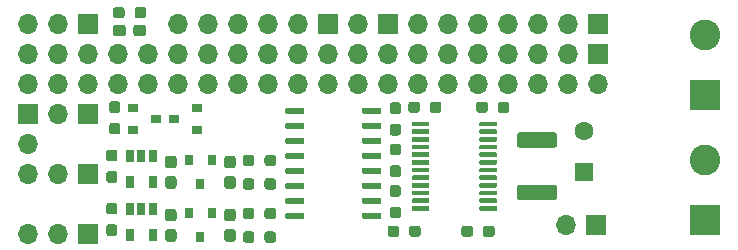
<source format=gbs>
G04 #@! TF.GenerationSoftware,KiCad,Pcbnew,5.1.5+dfsg1-2build2*
G04 #@! TF.CreationDate,2021-01-26T14:35:44+01:00*
G04 #@! TF.ProjectId,PiStackMon,50695374-6163-46b4-9d6f-6e2e6b696361,rev?*
G04 #@! TF.SameCoordinates,Original*
G04 #@! TF.FileFunction,Soldermask,Bot*
G04 #@! TF.FilePolarity,Negative*
%FSLAX46Y46*%
G04 Gerber Fmt 4.6, Leading zero omitted, Abs format (unit mm)*
G04 Created by KiCad (PCBNEW 5.1.5+dfsg1-2build2) date 2021-01-26 14:35:44*
%MOMM*%
%LPD*%
G04 APERTURE LIST*
%ADD10C,2.600000*%
%ADD11R,2.600000X2.600000*%
%ADD12R,0.900000X0.800000*%
%ADD13O,1.700000X1.700000*%
%ADD14R,1.700000X1.700000*%
%ADD15C,0.150000*%
%ADD16R,0.800000X0.900000*%
%ADD17R,0.650000X1.060000*%
%ADD18C,1.600000*%
%ADD19R,1.600000X1.600000*%
G04 APERTURE END LIST*
D10*
X269750000Y-153920000D03*
D11*
X269750000Y-159000000D03*
D10*
X269750000Y-164500000D03*
D11*
X269750000Y-169580000D03*
D12*
X224750000Y-161000000D03*
X226750000Y-161950000D03*
X226750000Y-160050000D03*
D13*
X240310000Y-152960000D03*
D14*
X242850000Y-152960000D03*
D15*
G36*
X220010779Y-161338644D02*
G01*
X220033834Y-161342063D01*
X220056443Y-161347727D01*
X220078387Y-161355579D01*
X220099457Y-161365544D01*
X220119448Y-161377526D01*
X220138168Y-161391410D01*
X220155438Y-161407062D01*
X220171090Y-161424332D01*
X220184974Y-161443052D01*
X220196956Y-161463043D01*
X220206921Y-161484113D01*
X220214773Y-161506057D01*
X220220437Y-161528666D01*
X220223856Y-161551721D01*
X220225000Y-161575000D01*
X220225000Y-162075000D01*
X220223856Y-162098279D01*
X220220437Y-162121334D01*
X220214773Y-162143943D01*
X220206921Y-162165887D01*
X220196956Y-162186957D01*
X220184974Y-162206948D01*
X220171090Y-162225668D01*
X220155438Y-162242938D01*
X220138168Y-162258590D01*
X220119448Y-162272474D01*
X220099457Y-162284456D01*
X220078387Y-162294421D01*
X220056443Y-162302273D01*
X220033834Y-162307937D01*
X220010779Y-162311356D01*
X219987500Y-162312500D01*
X219512500Y-162312500D01*
X219489221Y-162311356D01*
X219466166Y-162307937D01*
X219443557Y-162302273D01*
X219421613Y-162294421D01*
X219400543Y-162284456D01*
X219380552Y-162272474D01*
X219361832Y-162258590D01*
X219344562Y-162242938D01*
X219328910Y-162225668D01*
X219315026Y-162206948D01*
X219303044Y-162186957D01*
X219293079Y-162165887D01*
X219285227Y-162143943D01*
X219279563Y-162121334D01*
X219276144Y-162098279D01*
X219275000Y-162075000D01*
X219275000Y-161575000D01*
X219276144Y-161551721D01*
X219279563Y-161528666D01*
X219285227Y-161506057D01*
X219293079Y-161484113D01*
X219303044Y-161463043D01*
X219315026Y-161443052D01*
X219328910Y-161424332D01*
X219344562Y-161407062D01*
X219361832Y-161391410D01*
X219380552Y-161377526D01*
X219400543Y-161365544D01*
X219421613Y-161355579D01*
X219443557Y-161347727D01*
X219466166Y-161342063D01*
X219489221Y-161338644D01*
X219512500Y-161337500D01*
X219987500Y-161337500D01*
X220010779Y-161338644D01*
G37*
G36*
X220010779Y-159513644D02*
G01*
X220033834Y-159517063D01*
X220056443Y-159522727D01*
X220078387Y-159530579D01*
X220099457Y-159540544D01*
X220119448Y-159552526D01*
X220138168Y-159566410D01*
X220155438Y-159582062D01*
X220171090Y-159599332D01*
X220184974Y-159618052D01*
X220196956Y-159638043D01*
X220206921Y-159659113D01*
X220214773Y-159681057D01*
X220220437Y-159703666D01*
X220223856Y-159726721D01*
X220225000Y-159750000D01*
X220225000Y-160250000D01*
X220223856Y-160273279D01*
X220220437Y-160296334D01*
X220214773Y-160318943D01*
X220206921Y-160340887D01*
X220196956Y-160361957D01*
X220184974Y-160381948D01*
X220171090Y-160400668D01*
X220155438Y-160417938D01*
X220138168Y-160433590D01*
X220119448Y-160447474D01*
X220099457Y-160459456D01*
X220078387Y-160469421D01*
X220056443Y-160477273D01*
X220033834Y-160482937D01*
X220010779Y-160486356D01*
X219987500Y-160487500D01*
X219512500Y-160487500D01*
X219489221Y-160486356D01*
X219466166Y-160482937D01*
X219443557Y-160477273D01*
X219421613Y-160469421D01*
X219400543Y-160459456D01*
X219380552Y-160447474D01*
X219361832Y-160433590D01*
X219344562Y-160417938D01*
X219328910Y-160400668D01*
X219315026Y-160381948D01*
X219303044Y-160361957D01*
X219293079Y-160340887D01*
X219285227Y-160318943D01*
X219279563Y-160296334D01*
X219276144Y-160273279D01*
X219275000Y-160250000D01*
X219275000Y-159750000D01*
X219276144Y-159726721D01*
X219279563Y-159703666D01*
X219285227Y-159681057D01*
X219293079Y-159659113D01*
X219303044Y-159638043D01*
X219315026Y-159618052D01*
X219328910Y-159599332D01*
X219344562Y-159582062D01*
X219361832Y-159566410D01*
X219380552Y-159552526D01*
X219400543Y-159540544D01*
X219421613Y-159530579D01*
X219443557Y-159522727D01*
X219466166Y-159517063D01*
X219489221Y-159513644D01*
X219512500Y-159512500D01*
X219987500Y-159512500D01*
X220010779Y-159513644D01*
G37*
D12*
X223250000Y-161000000D03*
X221250000Y-160050000D03*
X221250000Y-161950000D03*
D13*
X212370000Y-152960000D03*
X214910000Y-152960000D03*
D14*
X217450000Y-152960000D03*
D16*
X227000000Y-166500000D03*
X227950000Y-164500000D03*
X226050000Y-164500000D03*
D15*
G36*
X219760779Y-165426144D02*
G01*
X219783834Y-165429563D01*
X219806443Y-165435227D01*
X219828387Y-165443079D01*
X219849457Y-165453044D01*
X219869448Y-165465026D01*
X219888168Y-165478910D01*
X219905438Y-165494562D01*
X219921090Y-165511832D01*
X219934974Y-165530552D01*
X219946956Y-165550543D01*
X219956921Y-165571613D01*
X219964773Y-165593557D01*
X219970437Y-165616166D01*
X219973856Y-165639221D01*
X219975000Y-165662500D01*
X219975000Y-166162500D01*
X219973856Y-166185779D01*
X219970437Y-166208834D01*
X219964773Y-166231443D01*
X219956921Y-166253387D01*
X219946956Y-166274457D01*
X219934974Y-166294448D01*
X219921090Y-166313168D01*
X219905438Y-166330438D01*
X219888168Y-166346090D01*
X219869448Y-166359974D01*
X219849457Y-166371956D01*
X219828387Y-166381921D01*
X219806443Y-166389773D01*
X219783834Y-166395437D01*
X219760779Y-166398856D01*
X219737500Y-166400000D01*
X219262500Y-166400000D01*
X219239221Y-166398856D01*
X219216166Y-166395437D01*
X219193557Y-166389773D01*
X219171613Y-166381921D01*
X219150543Y-166371956D01*
X219130552Y-166359974D01*
X219111832Y-166346090D01*
X219094562Y-166330438D01*
X219078910Y-166313168D01*
X219065026Y-166294448D01*
X219053044Y-166274457D01*
X219043079Y-166253387D01*
X219035227Y-166231443D01*
X219029563Y-166208834D01*
X219026144Y-166185779D01*
X219025000Y-166162500D01*
X219025000Y-165662500D01*
X219026144Y-165639221D01*
X219029563Y-165616166D01*
X219035227Y-165593557D01*
X219043079Y-165571613D01*
X219053044Y-165550543D01*
X219065026Y-165530552D01*
X219078910Y-165511832D01*
X219094562Y-165494562D01*
X219111832Y-165478910D01*
X219130552Y-165465026D01*
X219150543Y-165453044D01*
X219171613Y-165443079D01*
X219193557Y-165435227D01*
X219216166Y-165429563D01*
X219239221Y-165426144D01*
X219262500Y-165425000D01*
X219737500Y-165425000D01*
X219760779Y-165426144D01*
G37*
G36*
X219760779Y-163601144D02*
G01*
X219783834Y-163604563D01*
X219806443Y-163610227D01*
X219828387Y-163618079D01*
X219849457Y-163628044D01*
X219869448Y-163640026D01*
X219888168Y-163653910D01*
X219905438Y-163669562D01*
X219921090Y-163686832D01*
X219934974Y-163705552D01*
X219946956Y-163725543D01*
X219956921Y-163746613D01*
X219964773Y-163768557D01*
X219970437Y-163791166D01*
X219973856Y-163814221D01*
X219975000Y-163837500D01*
X219975000Y-164337500D01*
X219973856Y-164360779D01*
X219970437Y-164383834D01*
X219964773Y-164406443D01*
X219956921Y-164428387D01*
X219946956Y-164449457D01*
X219934974Y-164469448D01*
X219921090Y-164488168D01*
X219905438Y-164505438D01*
X219888168Y-164521090D01*
X219869448Y-164534974D01*
X219849457Y-164546956D01*
X219828387Y-164556921D01*
X219806443Y-164564773D01*
X219783834Y-164570437D01*
X219760779Y-164573856D01*
X219737500Y-164575000D01*
X219262500Y-164575000D01*
X219239221Y-164573856D01*
X219216166Y-164570437D01*
X219193557Y-164564773D01*
X219171613Y-164556921D01*
X219150543Y-164546956D01*
X219130552Y-164534974D01*
X219111832Y-164521090D01*
X219094562Y-164505438D01*
X219078910Y-164488168D01*
X219065026Y-164469448D01*
X219053044Y-164449457D01*
X219043079Y-164428387D01*
X219035227Y-164406443D01*
X219029563Y-164383834D01*
X219026144Y-164360779D01*
X219025000Y-164337500D01*
X219025000Y-163837500D01*
X219026144Y-163814221D01*
X219029563Y-163791166D01*
X219035227Y-163768557D01*
X219043079Y-163746613D01*
X219053044Y-163725543D01*
X219065026Y-163705552D01*
X219078910Y-163686832D01*
X219094562Y-163669562D01*
X219111832Y-163653910D01*
X219130552Y-163640026D01*
X219150543Y-163628044D01*
X219171613Y-163618079D01*
X219193557Y-163610227D01*
X219216166Y-163604563D01*
X219239221Y-163601144D01*
X219262500Y-163600000D01*
X219737500Y-163600000D01*
X219760779Y-163601144D01*
G37*
G36*
X251110779Y-159526144D02*
G01*
X251133834Y-159529563D01*
X251156443Y-159535227D01*
X251178387Y-159543079D01*
X251199457Y-159553044D01*
X251219448Y-159565026D01*
X251238168Y-159578910D01*
X251255438Y-159594562D01*
X251271090Y-159611832D01*
X251284974Y-159630552D01*
X251296956Y-159650543D01*
X251306921Y-159671613D01*
X251314773Y-159693557D01*
X251320437Y-159716166D01*
X251323856Y-159739221D01*
X251325000Y-159762500D01*
X251325000Y-160237500D01*
X251323856Y-160260779D01*
X251320437Y-160283834D01*
X251314773Y-160306443D01*
X251306921Y-160328387D01*
X251296956Y-160349457D01*
X251284974Y-160369448D01*
X251271090Y-160388168D01*
X251255438Y-160405438D01*
X251238168Y-160421090D01*
X251219448Y-160434974D01*
X251199457Y-160446956D01*
X251178387Y-160456921D01*
X251156443Y-160464773D01*
X251133834Y-160470437D01*
X251110779Y-160473856D01*
X251087500Y-160475000D01*
X250587500Y-160475000D01*
X250564221Y-160473856D01*
X250541166Y-160470437D01*
X250518557Y-160464773D01*
X250496613Y-160456921D01*
X250475543Y-160446956D01*
X250455552Y-160434974D01*
X250436832Y-160421090D01*
X250419562Y-160405438D01*
X250403910Y-160388168D01*
X250390026Y-160369448D01*
X250378044Y-160349457D01*
X250368079Y-160328387D01*
X250360227Y-160306443D01*
X250354563Y-160283834D01*
X250351144Y-160260779D01*
X250350000Y-160237500D01*
X250350000Y-159762500D01*
X250351144Y-159739221D01*
X250354563Y-159716166D01*
X250360227Y-159693557D01*
X250368079Y-159671613D01*
X250378044Y-159650543D01*
X250390026Y-159630552D01*
X250403910Y-159611832D01*
X250419562Y-159594562D01*
X250436832Y-159578910D01*
X250455552Y-159565026D01*
X250475543Y-159553044D01*
X250496613Y-159543079D01*
X250518557Y-159535227D01*
X250541166Y-159529563D01*
X250564221Y-159526144D01*
X250587500Y-159525000D01*
X251087500Y-159525000D01*
X251110779Y-159526144D01*
G37*
G36*
X252935779Y-159526144D02*
G01*
X252958834Y-159529563D01*
X252981443Y-159535227D01*
X253003387Y-159543079D01*
X253024457Y-159553044D01*
X253044448Y-159565026D01*
X253063168Y-159578910D01*
X253080438Y-159594562D01*
X253096090Y-159611832D01*
X253109974Y-159630552D01*
X253121956Y-159650543D01*
X253131921Y-159671613D01*
X253139773Y-159693557D01*
X253145437Y-159716166D01*
X253148856Y-159739221D01*
X253150000Y-159762500D01*
X253150000Y-160237500D01*
X253148856Y-160260779D01*
X253145437Y-160283834D01*
X253139773Y-160306443D01*
X253131921Y-160328387D01*
X253121956Y-160349457D01*
X253109974Y-160369448D01*
X253096090Y-160388168D01*
X253080438Y-160405438D01*
X253063168Y-160421090D01*
X253044448Y-160434974D01*
X253024457Y-160446956D01*
X253003387Y-160456921D01*
X252981443Y-160464773D01*
X252958834Y-160470437D01*
X252935779Y-160473856D01*
X252912500Y-160475000D01*
X252412500Y-160475000D01*
X252389221Y-160473856D01*
X252366166Y-160470437D01*
X252343557Y-160464773D01*
X252321613Y-160456921D01*
X252300543Y-160446956D01*
X252280552Y-160434974D01*
X252261832Y-160421090D01*
X252244562Y-160405438D01*
X252228910Y-160388168D01*
X252215026Y-160369448D01*
X252203044Y-160349457D01*
X252193079Y-160328387D01*
X252185227Y-160306443D01*
X252179563Y-160283834D01*
X252176144Y-160260779D01*
X252175000Y-160237500D01*
X252175000Y-159762500D01*
X252176144Y-159739221D01*
X252179563Y-159716166D01*
X252185227Y-159693557D01*
X252193079Y-159671613D01*
X252203044Y-159650543D01*
X252215026Y-159630552D01*
X252228910Y-159611832D01*
X252244562Y-159594562D01*
X252261832Y-159578910D01*
X252280552Y-159565026D01*
X252300543Y-159553044D01*
X252321613Y-159543079D01*
X252343557Y-159535227D01*
X252366166Y-159529563D01*
X252389221Y-159526144D01*
X252412500Y-159525000D01*
X252912500Y-159525000D01*
X252935779Y-159526144D01*
G37*
G36*
X246284802Y-161225482D02*
G01*
X246294509Y-161226921D01*
X246304028Y-161229306D01*
X246313268Y-161232612D01*
X246322140Y-161236808D01*
X246330557Y-161241853D01*
X246338439Y-161247699D01*
X246345711Y-161254289D01*
X246352301Y-161261561D01*
X246358147Y-161269443D01*
X246363192Y-161277860D01*
X246367388Y-161286732D01*
X246370694Y-161295972D01*
X246373079Y-161305491D01*
X246374518Y-161315198D01*
X246375000Y-161325000D01*
X246375000Y-161525000D01*
X246374518Y-161534802D01*
X246373079Y-161544509D01*
X246370694Y-161554028D01*
X246367388Y-161563268D01*
X246363192Y-161572140D01*
X246358147Y-161580557D01*
X246352301Y-161588439D01*
X246345711Y-161595711D01*
X246338439Y-161602301D01*
X246330557Y-161608147D01*
X246322140Y-161613192D01*
X246313268Y-161617388D01*
X246304028Y-161620694D01*
X246294509Y-161623079D01*
X246284802Y-161624518D01*
X246275000Y-161625000D01*
X245000000Y-161625000D01*
X244990198Y-161624518D01*
X244980491Y-161623079D01*
X244970972Y-161620694D01*
X244961732Y-161617388D01*
X244952860Y-161613192D01*
X244944443Y-161608147D01*
X244936561Y-161602301D01*
X244929289Y-161595711D01*
X244922699Y-161588439D01*
X244916853Y-161580557D01*
X244911808Y-161572140D01*
X244907612Y-161563268D01*
X244904306Y-161554028D01*
X244901921Y-161544509D01*
X244900482Y-161534802D01*
X244900000Y-161525000D01*
X244900000Y-161325000D01*
X244900482Y-161315198D01*
X244901921Y-161305491D01*
X244904306Y-161295972D01*
X244907612Y-161286732D01*
X244911808Y-161277860D01*
X244916853Y-161269443D01*
X244922699Y-161261561D01*
X244929289Y-161254289D01*
X244936561Y-161247699D01*
X244944443Y-161241853D01*
X244952860Y-161236808D01*
X244961732Y-161232612D01*
X244970972Y-161229306D01*
X244980491Y-161226921D01*
X244990198Y-161225482D01*
X245000000Y-161225000D01*
X246275000Y-161225000D01*
X246284802Y-161225482D01*
G37*
G36*
X246284802Y-161875482D02*
G01*
X246294509Y-161876921D01*
X246304028Y-161879306D01*
X246313268Y-161882612D01*
X246322140Y-161886808D01*
X246330557Y-161891853D01*
X246338439Y-161897699D01*
X246345711Y-161904289D01*
X246352301Y-161911561D01*
X246358147Y-161919443D01*
X246363192Y-161927860D01*
X246367388Y-161936732D01*
X246370694Y-161945972D01*
X246373079Y-161955491D01*
X246374518Y-161965198D01*
X246375000Y-161975000D01*
X246375000Y-162175000D01*
X246374518Y-162184802D01*
X246373079Y-162194509D01*
X246370694Y-162204028D01*
X246367388Y-162213268D01*
X246363192Y-162222140D01*
X246358147Y-162230557D01*
X246352301Y-162238439D01*
X246345711Y-162245711D01*
X246338439Y-162252301D01*
X246330557Y-162258147D01*
X246322140Y-162263192D01*
X246313268Y-162267388D01*
X246304028Y-162270694D01*
X246294509Y-162273079D01*
X246284802Y-162274518D01*
X246275000Y-162275000D01*
X245000000Y-162275000D01*
X244990198Y-162274518D01*
X244980491Y-162273079D01*
X244970972Y-162270694D01*
X244961732Y-162267388D01*
X244952860Y-162263192D01*
X244944443Y-162258147D01*
X244936561Y-162252301D01*
X244929289Y-162245711D01*
X244922699Y-162238439D01*
X244916853Y-162230557D01*
X244911808Y-162222140D01*
X244907612Y-162213268D01*
X244904306Y-162204028D01*
X244901921Y-162194509D01*
X244900482Y-162184802D01*
X244900000Y-162175000D01*
X244900000Y-161975000D01*
X244900482Y-161965198D01*
X244901921Y-161955491D01*
X244904306Y-161945972D01*
X244907612Y-161936732D01*
X244911808Y-161927860D01*
X244916853Y-161919443D01*
X244922699Y-161911561D01*
X244929289Y-161904289D01*
X244936561Y-161897699D01*
X244944443Y-161891853D01*
X244952860Y-161886808D01*
X244961732Y-161882612D01*
X244970972Y-161879306D01*
X244980491Y-161876921D01*
X244990198Y-161875482D01*
X245000000Y-161875000D01*
X246275000Y-161875000D01*
X246284802Y-161875482D01*
G37*
G36*
X246284802Y-162525482D02*
G01*
X246294509Y-162526921D01*
X246304028Y-162529306D01*
X246313268Y-162532612D01*
X246322140Y-162536808D01*
X246330557Y-162541853D01*
X246338439Y-162547699D01*
X246345711Y-162554289D01*
X246352301Y-162561561D01*
X246358147Y-162569443D01*
X246363192Y-162577860D01*
X246367388Y-162586732D01*
X246370694Y-162595972D01*
X246373079Y-162605491D01*
X246374518Y-162615198D01*
X246375000Y-162625000D01*
X246375000Y-162825000D01*
X246374518Y-162834802D01*
X246373079Y-162844509D01*
X246370694Y-162854028D01*
X246367388Y-162863268D01*
X246363192Y-162872140D01*
X246358147Y-162880557D01*
X246352301Y-162888439D01*
X246345711Y-162895711D01*
X246338439Y-162902301D01*
X246330557Y-162908147D01*
X246322140Y-162913192D01*
X246313268Y-162917388D01*
X246304028Y-162920694D01*
X246294509Y-162923079D01*
X246284802Y-162924518D01*
X246275000Y-162925000D01*
X245000000Y-162925000D01*
X244990198Y-162924518D01*
X244980491Y-162923079D01*
X244970972Y-162920694D01*
X244961732Y-162917388D01*
X244952860Y-162913192D01*
X244944443Y-162908147D01*
X244936561Y-162902301D01*
X244929289Y-162895711D01*
X244922699Y-162888439D01*
X244916853Y-162880557D01*
X244911808Y-162872140D01*
X244907612Y-162863268D01*
X244904306Y-162854028D01*
X244901921Y-162844509D01*
X244900482Y-162834802D01*
X244900000Y-162825000D01*
X244900000Y-162625000D01*
X244900482Y-162615198D01*
X244901921Y-162605491D01*
X244904306Y-162595972D01*
X244907612Y-162586732D01*
X244911808Y-162577860D01*
X244916853Y-162569443D01*
X244922699Y-162561561D01*
X244929289Y-162554289D01*
X244936561Y-162547699D01*
X244944443Y-162541853D01*
X244952860Y-162536808D01*
X244961732Y-162532612D01*
X244970972Y-162529306D01*
X244980491Y-162526921D01*
X244990198Y-162525482D01*
X245000000Y-162525000D01*
X246275000Y-162525000D01*
X246284802Y-162525482D01*
G37*
G36*
X246284802Y-163175482D02*
G01*
X246294509Y-163176921D01*
X246304028Y-163179306D01*
X246313268Y-163182612D01*
X246322140Y-163186808D01*
X246330557Y-163191853D01*
X246338439Y-163197699D01*
X246345711Y-163204289D01*
X246352301Y-163211561D01*
X246358147Y-163219443D01*
X246363192Y-163227860D01*
X246367388Y-163236732D01*
X246370694Y-163245972D01*
X246373079Y-163255491D01*
X246374518Y-163265198D01*
X246375000Y-163275000D01*
X246375000Y-163475000D01*
X246374518Y-163484802D01*
X246373079Y-163494509D01*
X246370694Y-163504028D01*
X246367388Y-163513268D01*
X246363192Y-163522140D01*
X246358147Y-163530557D01*
X246352301Y-163538439D01*
X246345711Y-163545711D01*
X246338439Y-163552301D01*
X246330557Y-163558147D01*
X246322140Y-163563192D01*
X246313268Y-163567388D01*
X246304028Y-163570694D01*
X246294509Y-163573079D01*
X246284802Y-163574518D01*
X246275000Y-163575000D01*
X245000000Y-163575000D01*
X244990198Y-163574518D01*
X244980491Y-163573079D01*
X244970972Y-163570694D01*
X244961732Y-163567388D01*
X244952860Y-163563192D01*
X244944443Y-163558147D01*
X244936561Y-163552301D01*
X244929289Y-163545711D01*
X244922699Y-163538439D01*
X244916853Y-163530557D01*
X244911808Y-163522140D01*
X244907612Y-163513268D01*
X244904306Y-163504028D01*
X244901921Y-163494509D01*
X244900482Y-163484802D01*
X244900000Y-163475000D01*
X244900000Y-163275000D01*
X244900482Y-163265198D01*
X244901921Y-163255491D01*
X244904306Y-163245972D01*
X244907612Y-163236732D01*
X244911808Y-163227860D01*
X244916853Y-163219443D01*
X244922699Y-163211561D01*
X244929289Y-163204289D01*
X244936561Y-163197699D01*
X244944443Y-163191853D01*
X244952860Y-163186808D01*
X244961732Y-163182612D01*
X244970972Y-163179306D01*
X244980491Y-163176921D01*
X244990198Y-163175482D01*
X245000000Y-163175000D01*
X246275000Y-163175000D01*
X246284802Y-163175482D01*
G37*
G36*
X246284802Y-163825482D02*
G01*
X246294509Y-163826921D01*
X246304028Y-163829306D01*
X246313268Y-163832612D01*
X246322140Y-163836808D01*
X246330557Y-163841853D01*
X246338439Y-163847699D01*
X246345711Y-163854289D01*
X246352301Y-163861561D01*
X246358147Y-163869443D01*
X246363192Y-163877860D01*
X246367388Y-163886732D01*
X246370694Y-163895972D01*
X246373079Y-163905491D01*
X246374518Y-163915198D01*
X246375000Y-163925000D01*
X246375000Y-164125000D01*
X246374518Y-164134802D01*
X246373079Y-164144509D01*
X246370694Y-164154028D01*
X246367388Y-164163268D01*
X246363192Y-164172140D01*
X246358147Y-164180557D01*
X246352301Y-164188439D01*
X246345711Y-164195711D01*
X246338439Y-164202301D01*
X246330557Y-164208147D01*
X246322140Y-164213192D01*
X246313268Y-164217388D01*
X246304028Y-164220694D01*
X246294509Y-164223079D01*
X246284802Y-164224518D01*
X246275000Y-164225000D01*
X245000000Y-164225000D01*
X244990198Y-164224518D01*
X244980491Y-164223079D01*
X244970972Y-164220694D01*
X244961732Y-164217388D01*
X244952860Y-164213192D01*
X244944443Y-164208147D01*
X244936561Y-164202301D01*
X244929289Y-164195711D01*
X244922699Y-164188439D01*
X244916853Y-164180557D01*
X244911808Y-164172140D01*
X244907612Y-164163268D01*
X244904306Y-164154028D01*
X244901921Y-164144509D01*
X244900482Y-164134802D01*
X244900000Y-164125000D01*
X244900000Y-163925000D01*
X244900482Y-163915198D01*
X244901921Y-163905491D01*
X244904306Y-163895972D01*
X244907612Y-163886732D01*
X244911808Y-163877860D01*
X244916853Y-163869443D01*
X244922699Y-163861561D01*
X244929289Y-163854289D01*
X244936561Y-163847699D01*
X244944443Y-163841853D01*
X244952860Y-163836808D01*
X244961732Y-163832612D01*
X244970972Y-163829306D01*
X244980491Y-163826921D01*
X244990198Y-163825482D01*
X245000000Y-163825000D01*
X246275000Y-163825000D01*
X246284802Y-163825482D01*
G37*
G36*
X246284802Y-164475482D02*
G01*
X246294509Y-164476921D01*
X246304028Y-164479306D01*
X246313268Y-164482612D01*
X246322140Y-164486808D01*
X246330557Y-164491853D01*
X246338439Y-164497699D01*
X246345711Y-164504289D01*
X246352301Y-164511561D01*
X246358147Y-164519443D01*
X246363192Y-164527860D01*
X246367388Y-164536732D01*
X246370694Y-164545972D01*
X246373079Y-164555491D01*
X246374518Y-164565198D01*
X246375000Y-164575000D01*
X246375000Y-164775000D01*
X246374518Y-164784802D01*
X246373079Y-164794509D01*
X246370694Y-164804028D01*
X246367388Y-164813268D01*
X246363192Y-164822140D01*
X246358147Y-164830557D01*
X246352301Y-164838439D01*
X246345711Y-164845711D01*
X246338439Y-164852301D01*
X246330557Y-164858147D01*
X246322140Y-164863192D01*
X246313268Y-164867388D01*
X246304028Y-164870694D01*
X246294509Y-164873079D01*
X246284802Y-164874518D01*
X246275000Y-164875000D01*
X245000000Y-164875000D01*
X244990198Y-164874518D01*
X244980491Y-164873079D01*
X244970972Y-164870694D01*
X244961732Y-164867388D01*
X244952860Y-164863192D01*
X244944443Y-164858147D01*
X244936561Y-164852301D01*
X244929289Y-164845711D01*
X244922699Y-164838439D01*
X244916853Y-164830557D01*
X244911808Y-164822140D01*
X244907612Y-164813268D01*
X244904306Y-164804028D01*
X244901921Y-164794509D01*
X244900482Y-164784802D01*
X244900000Y-164775000D01*
X244900000Y-164575000D01*
X244900482Y-164565198D01*
X244901921Y-164555491D01*
X244904306Y-164545972D01*
X244907612Y-164536732D01*
X244911808Y-164527860D01*
X244916853Y-164519443D01*
X244922699Y-164511561D01*
X244929289Y-164504289D01*
X244936561Y-164497699D01*
X244944443Y-164491853D01*
X244952860Y-164486808D01*
X244961732Y-164482612D01*
X244970972Y-164479306D01*
X244980491Y-164476921D01*
X244990198Y-164475482D01*
X245000000Y-164475000D01*
X246275000Y-164475000D01*
X246284802Y-164475482D01*
G37*
G36*
X246284802Y-165125482D02*
G01*
X246294509Y-165126921D01*
X246304028Y-165129306D01*
X246313268Y-165132612D01*
X246322140Y-165136808D01*
X246330557Y-165141853D01*
X246338439Y-165147699D01*
X246345711Y-165154289D01*
X246352301Y-165161561D01*
X246358147Y-165169443D01*
X246363192Y-165177860D01*
X246367388Y-165186732D01*
X246370694Y-165195972D01*
X246373079Y-165205491D01*
X246374518Y-165215198D01*
X246375000Y-165225000D01*
X246375000Y-165425000D01*
X246374518Y-165434802D01*
X246373079Y-165444509D01*
X246370694Y-165454028D01*
X246367388Y-165463268D01*
X246363192Y-165472140D01*
X246358147Y-165480557D01*
X246352301Y-165488439D01*
X246345711Y-165495711D01*
X246338439Y-165502301D01*
X246330557Y-165508147D01*
X246322140Y-165513192D01*
X246313268Y-165517388D01*
X246304028Y-165520694D01*
X246294509Y-165523079D01*
X246284802Y-165524518D01*
X246275000Y-165525000D01*
X245000000Y-165525000D01*
X244990198Y-165524518D01*
X244980491Y-165523079D01*
X244970972Y-165520694D01*
X244961732Y-165517388D01*
X244952860Y-165513192D01*
X244944443Y-165508147D01*
X244936561Y-165502301D01*
X244929289Y-165495711D01*
X244922699Y-165488439D01*
X244916853Y-165480557D01*
X244911808Y-165472140D01*
X244907612Y-165463268D01*
X244904306Y-165454028D01*
X244901921Y-165444509D01*
X244900482Y-165434802D01*
X244900000Y-165425000D01*
X244900000Y-165225000D01*
X244900482Y-165215198D01*
X244901921Y-165205491D01*
X244904306Y-165195972D01*
X244907612Y-165186732D01*
X244911808Y-165177860D01*
X244916853Y-165169443D01*
X244922699Y-165161561D01*
X244929289Y-165154289D01*
X244936561Y-165147699D01*
X244944443Y-165141853D01*
X244952860Y-165136808D01*
X244961732Y-165132612D01*
X244970972Y-165129306D01*
X244980491Y-165126921D01*
X244990198Y-165125482D01*
X245000000Y-165125000D01*
X246275000Y-165125000D01*
X246284802Y-165125482D01*
G37*
G36*
X246284802Y-165775482D02*
G01*
X246294509Y-165776921D01*
X246304028Y-165779306D01*
X246313268Y-165782612D01*
X246322140Y-165786808D01*
X246330557Y-165791853D01*
X246338439Y-165797699D01*
X246345711Y-165804289D01*
X246352301Y-165811561D01*
X246358147Y-165819443D01*
X246363192Y-165827860D01*
X246367388Y-165836732D01*
X246370694Y-165845972D01*
X246373079Y-165855491D01*
X246374518Y-165865198D01*
X246375000Y-165875000D01*
X246375000Y-166075000D01*
X246374518Y-166084802D01*
X246373079Y-166094509D01*
X246370694Y-166104028D01*
X246367388Y-166113268D01*
X246363192Y-166122140D01*
X246358147Y-166130557D01*
X246352301Y-166138439D01*
X246345711Y-166145711D01*
X246338439Y-166152301D01*
X246330557Y-166158147D01*
X246322140Y-166163192D01*
X246313268Y-166167388D01*
X246304028Y-166170694D01*
X246294509Y-166173079D01*
X246284802Y-166174518D01*
X246275000Y-166175000D01*
X245000000Y-166175000D01*
X244990198Y-166174518D01*
X244980491Y-166173079D01*
X244970972Y-166170694D01*
X244961732Y-166167388D01*
X244952860Y-166163192D01*
X244944443Y-166158147D01*
X244936561Y-166152301D01*
X244929289Y-166145711D01*
X244922699Y-166138439D01*
X244916853Y-166130557D01*
X244911808Y-166122140D01*
X244907612Y-166113268D01*
X244904306Y-166104028D01*
X244901921Y-166094509D01*
X244900482Y-166084802D01*
X244900000Y-166075000D01*
X244900000Y-165875000D01*
X244900482Y-165865198D01*
X244901921Y-165855491D01*
X244904306Y-165845972D01*
X244907612Y-165836732D01*
X244911808Y-165827860D01*
X244916853Y-165819443D01*
X244922699Y-165811561D01*
X244929289Y-165804289D01*
X244936561Y-165797699D01*
X244944443Y-165791853D01*
X244952860Y-165786808D01*
X244961732Y-165782612D01*
X244970972Y-165779306D01*
X244980491Y-165776921D01*
X244990198Y-165775482D01*
X245000000Y-165775000D01*
X246275000Y-165775000D01*
X246284802Y-165775482D01*
G37*
G36*
X246284802Y-166425482D02*
G01*
X246294509Y-166426921D01*
X246304028Y-166429306D01*
X246313268Y-166432612D01*
X246322140Y-166436808D01*
X246330557Y-166441853D01*
X246338439Y-166447699D01*
X246345711Y-166454289D01*
X246352301Y-166461561D01*
X246358147Y-166469443D01*
X246363192Y-166477860D01*
X246367388Y-166486732D01*
X246370694Y-166495972D01*
X246373079Y-166505491D01*
X246374518Y-166515198D01*
X246375000Y-166525000D01*
X246375000Y-166725000D01*
X246374518Y-166734802D01*
X246373079Y-166744509D01*
X246370694Y-166754028D01*
X246367388Y-166763268D01*
X246363192Y-166772140D01*
X246358147Y-166780557D01*
X246352301Y-166788439D01*
X246345711Y-166795711D01*
X246338439Y-166802301D01*
X246330557Y-166808147D01*
X246322140Y-166813192D01*
X246313268Y-166817388D01*
X246304028Y-166820694D01*
X246294509Y-166823079D01*
X246284802Y-166824518D01*
X246275000Y-166825000D01*
X245000000Y-166825000D01*
X244990198Y-166824518D01*
X244980491Y-166823079D01*
X244970972Y-166820694D01*
X244961732Y-166817388D01*
X244952860Y-166813192D01*
X244944443Y-166808147D01*
X244936561Y-166802301D01*
X244929289Y-166795711D01*
X244922699Y-166788439D01*
X244916853Y-166780557D01*
X244911808Y-166772140D01*
X244907612Y-166763268D01*
X244904306Y-166754028D01*
X244901921Y-166744509D01*
X244900482Y-166734802D01*
X244900000Y-166725000D01*
X244900000Y-166525000D01*
X244900482Y-166515198D01*
X244901921Y-166505491D01*
X244904306Y-166495972D01*
X244907612Y-166486732D01*
X244911808Y-166477860D01*
X244916853Y-166469443D01*
X244922699Y-166461561D01*
X244929289Y-166454289D01*
X244936561Y-166447699D01*
X244944443Y-166441853D01*
X244952860Y-166436808D01*
X244961732Y-166432612D01*
X244970972Y-166429306D01*
X244980491Y-166426921D01*
X244990198Y-166425482D01*
X245000000Y-166425000D01*
X246275000Y-166425000D01*
X246284802Y-166425482D01*
G37*
G36*
X246284802Y-167075482D02*
G01*
X246294509Y-167076921D01*
X246304028Y-167079306D01*
X246313268Y-167082612D01*
X246322140Y-167086808D01*
X246330557Y-167091853D01*
X246338439Y-167097699D01*
X246345711Y-167104289D01*
X246352301Y-167111561D01*
X246358147Y-167119443D01*
X246363192Y-167127860D01*
X246367388Y-167136732D01*
X246370694Y-167145972D01*
X246373079Y-167155491D01*
X246374518Y-167165198D01*
X246375000Y-167175000D01*
X246375000Y-167375000D01*
X246374518Y-167384802D01*
X246373079Y-167394509D01*
X246370694Y-167404028D01*
X246367388Y-167413268D01*
X246363192Y-167422140D01*
X246358147Y-167430557D01*
X246352301Y-167438439D01*
X246345711Y-167445711D01*
X246338439Y-167452301D01*
X246330557Y-167458147D01*
X246322140Y-167463192D01*
X246313268Y-167467388D01*
X246304028Y-167470694D01*
X246294509Y-167473079D01*
X246284802Y-167474518D01*
X246275000Y-167475000D01*
X245000000Y-167475000D01*
X244990198Y-167474518D01*
X244980491Y-167473079D01*
X244970972Y-167470694D01*
X244961732Y-167467388D01*
X244952860Y-167463192D01*
X244944443Y-167458147D01*
X244936561Y-167452301D01*
X244929289Y-167445711D01*
X244922699Y-167438439D01*
X244916853Y-167430557D01*
X244911808Y-167422140D01*
X244907612Y-167413268D01*
X244904306Y-167404028D01*
X244901921Y-167394509D01*
X244900482Y-167384802D01*
X244900000Y-167375000D01*
X244900000Y-167175000D01*
X244900482Y-167165198D01*
X244901921Y-167155491D01*
X244904306Y-167145972D01*
X244907612Y-167136732D01*
X244911808Y-167127860D01*
X244916853Y-167119443D01*
X244922699Y-167111561D01*
X244929289Y-167104289D01*
X244936561Y-167097699D01*
X244944443Y-167091853D01*
X244952860Y-167086808D01*
X244961732Y-167082612D01*
X244970972Y-167079306D01*
X244980491Y-167076921D01*
X244990198Y-167075482D01*
X245000000Y-167075000D01*
X246275000Y-167075000D01*
X246284802Y-167075482D01*
G37*
G36*
X246284802Y-167725482D02*
G01*
X246294509Y-167726921D01*
X246304028Y-167729306D01*
X246313268Y-167732612D01*
X246322140Y-167736808D01*
X246330557Y-167741853D01*
X246338439Y-167747699D01*
X246345711Y-167754289D01*
X246352301Y-167761561D01*
X246358147Y-167769443D01*
X246363192Y-167777860D01*
X246367388Y-167786732D01*
X246370694Y-167795972D01*
X246373079Y-167805491D01*
X246374518Y-167815198D01*
X246375000Y-167825000D01*
X246375000Y-168025000D01*
X246374518Y-168034802D01*
X246373079Y-168044509D01*
X246370694Y-168054028D01*
X246367388Y-168063268D01*
X246363192Y-168072140D01*
X246358147Y-168080557D01*
X246352301Y-168088439D01*
X246345711Y-168095711D01*
X246338439Y-168102301D01*
X246330557Y-168108147D01*
X246322140Y-168113192D01*
X246313268Y-168117388D01*
X246304028Y-168120694D01*
X246294509Y-168123079D01*
X246284802Y-168124518D01*
X246275000Y-168125000D01*
X245000000Y-168125000D01*
X244990198Y-168124518D01*
X244980491Y-168123079D01*
X244970972Y-168120694D01*
X244961732Y-168117388D01*
X244952860Y-168113192D01*
X244944443Y-168108147D01*
X244936561Y-168102301D01*
X244929289Y-168095711D01*
X244922699Y-168088439D01*
X244916853Y-168080557D01*
X244911808Y-168072140D01*
X244907612Y-168063268D01*
X244904306Y-168054028D01*
X244901921Y-168044509D01*
X244900482Y-168034802D01*
X244900000Y-168025000D01*
X244900000Y-167825000D01*
X244900482Y-167815198D01*
X244901921Y-167805491D01*
X244904306Y-167795972D01*
X244907612Y-167786732D01*
X244911808Y-167777860D01*
X244916853Y-167769443D01*
X244922699Y-167761561D01*
X244929289Y-167754289D01*
X244936561Y-167747699D01*
X244944443Y-167741853D01*
X244952860Y-167736808D01*
X244961732Y-167732612D01*
X244970972Y-167729306D01*
X244980491Y-167726921D01*
X244990198Y-167725482D01*
X245000000Y-167725000D01*
X246275000Y-167725000D01*
X246284802Y-167725482D01*
G37*
G36*
X246284802Y-168375482D02*
G01*
X246294509Y-168376921D01*
X246304028Y-168379306D01*
X246313268Y-168382612D01*
X246322140Y-168386808D01*
X246330557Y-168391853D01*
X246338439Y-168397699D01*
X246345711Y-168404289D01*
X246352301Y-168411561D01*
X246358147Y-168419443D01*
X246363192Y-168427860D01*
X246367388Y-168436732D01*
X246370694Y-168445972D01*
X246373079Y-168455491D01*
X246374518Y-168465198D01*
X246375000Y-168475000D01*
X246375000Y-168675000D01*
X246374518Y-168684802D01*
X246373079Y-168694509D01*
X246370694Y-168704028D01*
X246367388Y-168713268D01*
X246363192Y-168722140D01*
X246358147Y-168730557D01*
X246352301Y-168738439D01*
X246345711Y-168745711D01*
X246338439Y-168752301D01*
X246330557Y-168758147D01*
X246322140Y-168763192D01*
X246313268Y-168767388D01*
X246304028Y-168770694D01*
X246294509Y-168773079D01*
X246284802Y-168774518D01*
X246275000Y-168775000D01*
X245000000Y-168775000D01*
X244990198Y-168774518D01*
X244980491Y-168773079D01*
X244970972Y-168770694D01*
X244961732Y-168767388D01*
X244952860Y-168763192D01*
X244944443Y-168758147D01*
X244936561Y-168752301D01*
X244929289Y-168745711D01*
X244922699Y-168738439D01*
X244916853Y-168730557D01*
X244911808Y-168722140D01*
X244907612Y-168713268D01*
X244904306Y-168704028D01*
X244901921Y-168694509D01*
X244900482Y-168684802D01*
X244900000Y-168675000D01*
X244900000Y-168475000D01*
X244900482Y-168465198D01*
X244901921Y-168455491D01*
X244904306Y-168445972D01*
X244907612Y-168436732D01*
X244911808Y-168427860D01*
X244916853Y-168419443D01*
X244922699Y-168411561D01*
X244929289Y-168404289D01*
X244936561Y-168397699D01*
X244944443Y-168391853D01*
X244952860Y-168386808D01*
X244961732Y-168382612D01*
X244970972Y-168379306D01*
X244980491Y-168376921D01*
X244990198Y-168375482D01*
X245000000Y-168375000D01*
X246275000Y-168375000D01*
X246284802Y-168375482D01*
G37*
G36*
X252009802Y-168375482D02*
G01*
X252019509Y-168376921D01*
X252029028Y-168379306D01*
X252038268Y-168382612D01*
X252047140Y-168386808D01*
X252055557Y-168391853D01*
X252063439Y-168397699D01*
X252070711Y-168404289D01*
X252077301Y-168411561D01*
X252083147Y-168419443D01*
X252088192Y-168427860D01*
X252092388Y-168436732D01*
X252095694Y-168445972D01*
X252098079Y-168455491D01*
X252099518Y-168465198D01*
X252100000Y-168475000D01*
X252100000Y-168675000D01*
X252099518Y-168684802D01*
X252098079Y-168694509D01*
X252095694Y-168704028D01*
X252092388Y-168713268D01*
X252088192Y-168722140D01*
X252083147Y-168730557D01*
X252077301Y-168738439D01*
X252070711Y-168745711D01*
X252063439Y-168752301D01*
X252055557Y-168758147D01*
X252047140Y-168763192D01*
X252038268Y-168767388D01*
X252029028Y-168770694D01*
X252019509Y-168773079D01*
X252009802Y-168774518D01*
X252000000Y-168775000D01*
X250725000Y-168775000D01*
X250715198Y-168774518D01*
X250705491Y-168773079D01*
X250695972Y-168770694D01*
X250686732Y-168767388D01*
X250677860Y-168763192D01*
X250669443Y-168758147D01*
X250661561Y-168752301D01*
X250654289Y-168745711D01*
X250647699Y-168738439D01*
X250641853Y-168730557D01*
X250636808Y-168722140D01*
X250632612Y-168713268D01*
X250629306Y-168704028D01*
X250626921Y-168694509D01*
X250625482Y-168684802D01*
X250625000Y-168675000D01*
X250625000Y-168475000D01*
X250625482Y-168465198D01*
X250626921Y-168455491D01*
X250629306Y-168445972D01*
X250632612Y-168436732D01*
X250636808Y-168427860D01*
X250641853Y-168419443D01*
X250647699Y-168411561D01*
X250654289Y-168404289D01*
X250661561Y-168397699D01*
X250669443Y-168391853D01*
X250677860Y-168386808D01*
X250686732Y-168382612D01*
X250695972Y-168379306D01*
X250705491Y-168376921D01*
X250715198Y-168375482D01*
X250725000Y-168375000D01*
X252000000Y-168375000D01*
X252009802Y-168375482D01*
G37*
G36*
X252009802Y-167725482D02*
G01*
X252019509Y-167726921D01*
X252029028Y-167729306D01*
X252038268Y-167732612D01*
X252047140Y-167736808D01*
X252055557Y-167741853D01*
X252063439Y-167747699D01*
X252070711Y-167754289D01*
X252077301Y-167761561D01*
X252083147Y-167769443D01*
X252088192Y-167777860D01*
X252092388Y-167786732D01*
X252095694Y-167795972D01*
X252098079Y-167805491D01*
X252099518Y-167815198D01*
X252100000Y-167825000D01*
X252100000Y-168025000D01*
X252099518Y-168034802D01*
X252098079Y-168044509D01*
X252095694Y-168054028D01*
X252092388Y-168063268D01*
X252088192Y-168072140D01*
X252083147Y-168080557D01*
X252077301Y-168088439D01*
X252070711Y-168095711D01*
X252063439Y-168102301D01*
X252055557Y-168108147D01*
X252047140Y-168113192D01*
X252038268Y-168117388D01*
X252029028Y-168120694D01*
X252019509Y-168123079D01*
X252009802Y-168124518D01*
X252000000Y-168125000D01*
X250725000Y-168125000D01*
X250715198Y-168124518D01*
X250705491Y-168123079D01*
X250695972Y-168120694D01*
X250686732Y-168117388D01*
X250677860Y-168113192D01*
X250669443Y-168108147D01*
X250661561Y-168102301D01*
X250654289Y-168095711D01*
X250647699Y-168088439D01*
X250641853Y-168080557D01*
X250636808Y-168072140D01*
X250632612Y-168063268D01*
X250629306Y-168054028D01*
X250626921Y-168044509D01*
X250625482Y-168034802D01*
X250625000Y-168025000D01*
X250625000Y-167825000D01*
X250625482Y-167815198D01*
X250626921Y-167805491D01*
X250629306Y-167795972D01*
X250632612Y-167786732D01*
X250636808Y-167777860D01*
X250641853Y-167769443D01*
X250647699Y-167761561D01*
X250654289Y-167754289D01*
X250661561Y-167747699D01*
X250669443Y-167741853D01*
X250677860Y-167736808D01*
X250686732Y-167732612D01*
X250695972Y-167729306D01*
X250705491Y-167726921D01*
X250715198Y-167725482D01*
X250725000Y-167725000D01*
X252000000Y-167725000D01*
X252009802Y-167725482D01*
G37*
G36*
X252009802Y-167075482D02*
G01*
X252019509Y-167076921D01*
X252029028Y-167079306D01*
X252038268Y-167082612D01*
X252047140Y-167086808D01*
X252055557Y-167091853D01*
X252063439Y-167097699D01*
X252070711Y-167104289D01*
X252077301Y-167111561D01*
X252083147Y-167119443D01*
X252088192Y-167127860D01*
X252092388Y-167136732D01*
X252095694Y-167145972D01*
X252098079Y-167155491D01*
X252099518Y-167165198D01*
X252100000Y-167175000D01*
X252100000Y-167375000D01*
X252099518Y-167384802D01*
X252098079Y-167394509D01*
X252095694Y-167404028D01*
X252092388Y-167413268D01*
X252088192Y-167422140D01*
X252083147Y-167430557D01*
X252077301Y-167438439D01*
X252070711Y-167445711D01*
X252063439Y-167452301D01*
X252055557Y-167458147D01*
X252047140Y-167463192D01*
X252038268Y-167467388D01*
X252029028Y-167470694D01*
X252019509Y-167473079D01*
X252009802Y-167474518D01*
X252000000Y-167475000D01*
X250725000Y-167475000D01*
X250715198Y-167474518D01*
X250705491Y-167473079D01*
X250695972Y-167470694D01*
X250686732Y-167467388D01*
X250677860Y-167463192D01*
X250669443Y-167458147D01*
X250661561Y-167452301D01*
X250654289Y-167445711D01*
X250647699Y-167438439D01*
X250641853Y-167430557D01*
X250636808Y-167422140D01*
X250632612Y-167413268D01*
X250629306Y-167404028D01*
X250626921Y-167394509D01*
X250625482Y-167384802D01*
X250625000Y-167375000D01*
X250625000Y-167175000D01*
X250625482Y-167165198D01*
X250626921Y-167155491D01*
X250629306Y-167145972D01*
X250632612Y-167136732D01*
X250636808Y-167127860D01*
X250641853Y-167119443D01*
X250647699Y-167111561D01*
X250654289Y-167104289D01*
X250661561Y-167097699D01*
X250669443Y-167091853D01*
X250677860Y-167086808D01*
X250686732Y-167082612D01*
X250695972Y-167079306D01*
X250705491Y-167076921D01*
X250715198Y-167075482D01*
X250725000Y-167075000D01*
X252000000Y-167075000D01*
X252009802Y-167075482D01*
G37*
G36*
X252009802Y-166425482D02*
G01*
X252019509Y-166426921D01*
X252029028Y-166429306D01*
X252038268Y-166432612D01*
X252047140Y-166436808D01*
X252055557Y-166441853D01*
X252063439Y-166447699D01*
X252070711Y-166454289D01*
X252077301Y-166461561D01*
X252083147Y-166469443D01*
X252088192Y-166477860D01*
X252092388Y-166486732D01*
X252095694Y-166495972D01*
X252098079Y-166505491D01*
X252099518Y-166515198D01*
X252100000Y-166525000D01*
X252100000Y-166725000D01*
X252099518Y-166734802D01*
X252098079Y-166744509D01*
X252095694Y-166754028D01*
X252092388Y-166763268D01*
X252088192Y-166772140D01*
X252083147Y-166780557D01*
X252077301Y-166788439D01*
X252070711Y-166795711D01*
X252063439Y-166802301D01*
X252055557Y-166808147D01*
X252047140Y-166813192D01*
X252038268Y-166817388D01*
X252029028Y-166820694D01*
X252019509Y-166823079D01*
X252009802Y-166824518D01*
X252000000Y-166825000D01*
X250725000Y-166825000D01*
X250715198Y-166824518D01*
X250705491Y-166823079D01*
X250695972Y-166820694D01*
X250686732Y-166817388D01*
X250677860Y-166813192D01*
X250669443Y-166808147D01*
X250661561Y-166802301D01*
X250654289Y-166795711D01*
X250647699Y-166788439D01*
X250641853Y-166780557D01*
X250636808Y-166772140D01*
X250632612Y-166763268D01*
X250629306Y-166754028D01*
X250626921Y-166744509D01*
X250625482Y-166734802D01*
X250625000Y-166725000D01*
X250625000Y-166525000D01*
X250625482Y-166515198D01*
X250626921Y-166505491D01*
X250629306Y-166495972D01*
X250632612Y-166486732D01*
X250636808Y-166477860D01*
X250641853Y-166469443D01*
X250647699Y-166461561D01*
X250654289Y-166454289D01*
X250661561Y-166447699D01*
X250669443Y-166441853D01*
X250677860Y-166436808D01*
X250686732Y-166432612D01*
X250695972Y-166429306D01*
X250705491Y-166426921D01*
X250715198Y-166425482D01*
X250725000Y-166425000D01*
X252000000Y-166425000D01*
X252009802Y-166425482D01*
G37*
G36*
X252009802Y-165775482D02*
G01*
X252019509Y-165776921D01*
X252029028Y-165779306D01*
X252038268Y-165782612D01*
X252047140Y-165786808D01*
X252055557Y-165791853D01*
X252063439Y-165797699D01*
X252070711Y-165804289D01*
X252077301Y-165811561D01*
X252083147Y-165819443D01*
X252088192Y-165827860D01*
X252092388Y-165836732D01*
X252095694Y-165845972D01*
X252098079Y-165855491D01*
X252099518Y-165865198D01*
X252100000Y-165875000D01*
X252100000Y-166075000D01*
X252099518Y-166084802D01*
X252098079Y-166094509D01*
X252095694Y-166104028D01*
X252092388Y-166113268D01*
X252088192Y-166122140D01*
X252083147Y-166130557D01*
X252077301Y-166138439D01*
X252070711Y-166145711D01*
X252063439Y-166152301D01*
X252055557Y-166158147D01*
X252047140Y-166163192D01*
X252038268Y-166167388D01*
X252029028Y-166170694D01*
X252019509Y-166173079D01*
X252009802Y-166174518D01*
X252000000Y-166175000D01*
X250725000Y-166175000D01*
X250715198Y-166174518D01*
X250705491Y-166173079D01*
X250695972Y-166170694D01*
X250686732Y-166167388D01*
X250677860Y-166163192D01*
X250669443Y-166158147D01*
X250661561Y-166152301D01*
X250654289Y-166145711D01*
X250647699Y-166138439D01*
X250641853Y-166130557D01*
X250636808Y-166122140D01*
X250632612Y-166113268D01*
X250629306Y-166104028D01*
X250626921Y-166094509D01*
X250625482Y-166084802D01*
X250625000Y-166075000D01*
X250625000Y-165875000D01*
X250625482Y-165865198D01*
X250626921Y-165855491D01*
X250629306Y-165845972D01*
X250632612Y-165836732D01*
X250636808Y-165827860D01*
X250641853Y-165819443D01*
X250647699Y-165811561D01*
X250654289Y-165804289D01*
X250661561Y-165797699D01*
X250669443Y-165791853D01*
X250677860Y-165786808D01*
X250686732Y-165782612D01*
X250695972Y-165779306D01*
X250705491Y-165776921D01*
X250715198Y-165775482D01*
X250725000Y-165775000D01*
X252000000Y-165775000D01*
X252009802Y-165775482D01*
G37*
G36*
X252009802Y-165125482D02*
G01*
X252019509Y-165126921D01*
X252029028Y-165129306D01*
X252038268Y-165132612D01*
X252047140Y-165136808D01*
X252055557Y-165141853D01*
X252063439Y-165147699D01*
X252070711Y-165154289D01*
X252077301Y-165161561D01*
X252083147Y-165169443D01*
X252088192Y-165177860D01*
X252092388Y-165186732D01*
X252095694Y-165195972D01*
X252098079Y-165205491D01*
X252099518Y-165215198D01*
X252100000Y-165225000D01*
X252100000Y-165425000D01*
X252099518Y-165434802D01*
X252098079Y-165444509D01*
X252095694Y-165454028D01*
X252092388Y-165463268D01*
X252088192Y-165472140D01*
X252083147Y-165480557D01*
X252077301Y-165488439D01*
X252070711Y-165495711D01*
X252063439Y-165502301D01*
X252055557Y-165508147D01*
X252047140Y-165513192D01*
X252038268Y-165517388D01*
X252029028Y-165520694D01*
X252019509Y-165523079D01*
X252009802Y-165524518D01*
X252000000Y-165525000D01*
X250725000Y-165525000D01*
X250715198Y-165524518D01*
X250705491Y-165523079D01*
X250695972Y-165520694D01*
X250686732Y-165517388D01*
X250677860Y-165513192D01*
X250669443Y-165508147D01*
X250661561Y-165502301D01*
X250654289Y-165495711D01*
X250647699Y-165488439D01*
X250641853Y-165480557D01*
X250636808Y-165472140D01*
X250632612Y-165463268D01*
X250629306Y-165454028D01*
X250626921Y-165444509D01*
X250625482Y-165434802D01*
X250625000Y-165425000D01*
X250625000Y-165225000D01*
X250625482Y-165215198D01*
X250626921Y-165205491D01*
X250629306Y-165195972D01*
X250632612Y-165186732D01*
X250636808Y-165177860D01*
X250641853Y-165169443D01*
X250647699Y-165161561D01*
X250654289Y-165154289D01*
X250661561Y-165147699D01*
X250669443Y-165141853D01*
X250677860Y-165136808D01*
X250686732Y-165132612D01*
X250695972Y-165129306D01*
X250705491Y-165126921D01*
X250715198Y-165125482D01*
X250725000Y-165125000D01*
X252000000Y-165125000D01*
X252009802Y-165125482D01*
G37*
G36*
X252009802Y-164475482D02*
G01*
X252019509Y-164476921D01*
X252029028Y-164479306D01*
X252038268Y-164482612D01*
X252047140Y-164486808D01*
X252055557Y-164491853D01*
X252063439Y-164497699D01*
X252070711Y-164504289D01*
X252077301Y-164511561D01*
X252083147Y-164519443D01*
X252088192Y-164527860D01*
X252092388Y-164536732D01*
X252095694Y-164545972D01*
X252098079Y-164555491D01*
X252099518Y-164565198D01*
X252100000Y-164575000D01*
X252100000Y-164775000D01*
X252099518Y-164784802D01*
X252098079Y-164794509D01*
X252095694Y-164804028D01*
X252092388Y-164813268D01*
X252088192Y-164822140D01*
X252083147Y-164830557D01*
X252077301Y-164838439D01*
X252070711Y-164845711D01*
X252063439Y-164852301D01*
X252055557Y-164858147D01*
X252047140Y-164863192D01*
X252038268Y-164867388D01*
X252029028Y-164870694D01*
X252019509Y-164873079D01*
X252009802Y-164874518D01*
X252000000Y-164875000D01*
X250725000Y-164875000D01*
X250715198Y-164874518D01*
X250705491Y-164873079D01*
X250695972Y-164870694D01*
X250686732Y-164867388D01*
X250677860Y-164863192D01*
X250669443Y-164858147D01*
X250661561Y-164852301D01*
X250654289Y-164845711D01*
X250647699Y-164838439D01*
X250641853Y-164830557D01*
X250636808Y-164822140D01*
X250632612Y-164813268D01*
X250629306Y-164804028D01*
X250626921Y-164794509D01*
X250625482Y-164784802D01*
X250625000Y-164775000D01*
X250625000Y-164575000D01*
X250625482Y-164565198D01*
X250626921Y-164555491D01*
X250629306Y-164545972D01*
X250632612Y-164536732D01*
X250636808Y-164527860D01*
X250641853Y-164519443D01*
X250647699Y-164511561D01*
X250654289Y-164504289D01*
X250661561Y-164497699D01*
X250669443Y-164491853D01*
X250677860Y-164486808D01*
X250686732Y-164482612D01*
X250695972Y-164479306D01*
X250705491Y-164476921D01*
X250715198Y-164475482D01*
X250725000Y-164475000D01*
X252000000Y-164475000D01*
X252009802Y-164475482D01*
G37*
G36*
X252009802Y-163825482D02*
G01*
X252019509Y-163826921D01*
X252029028Y-163829306D01*
X252038268Y-163832612D01*
X252047140Y-163836808D01*
X252055557Y-163841853D01*
X252063439Y-163847699D01*
X252070711Y-163854289D01*
X252077301Y-163861561D01*
X252083147Y-163869443D01*
X252088192Y-163877860D01*
X252092388Y-163886732D01*
X252095694Y-163895972D01*
X252098079Y-163905491D01*
X252099518Y-163915198D01*
X252100000Y-163925000D01*
X252100000Y-164125000D01*
X252099518Y-164134802D01*
X252098079Y-164144509D01*
X252095694Y-164154028D01*
X252092388Y-164163268D01*
X252088192Y-164172140D01*
X252083147Y-164180557D01*
X252077301Y-164188439D01*
X252070711Y-164195711D01*
X252063439Y-164202301D01*
X252055557Y-164208147D01*
X252047140Y-164213192D01*
X252038268Y-164217388D01*
X252029028Y-164220694D01*
X252019509Y-164223079D01*
X252009802Y-164224518D01*
X252000000Y-164225000D01*
X250725000Y-164225000D01*
X250715198Y-164224518D01*
X250705491Y-164223079D01*
X250695972Y-164220694D01*
X250686732Y-164217388D01*
X250677860Y-164213192D01*
X250669443Y-164208147D01*
X250661561Y-164202301D01*
X250654289Y-164195711D01*
X250647699Y-164188439D01*
X250641853Y-164180557D01*
X250636808Y-164172140D01*
X250632612Y-164163268D01*
X250629306Y-164154028D01*
X250626921Y-164144509D01*
X250625482Y-164134802D01*
X250625000Y-164125000D01*
X250625000Y-163925000D01*
X250625482Y-163915198D01*
X250626921Y-163905491D01*
X250629306Y-163895972D01*
X250632612Y-163886732D01*
X250636808Y-163877860D01*
X250641853Y-163869443D01*
X250647699Y-163861561D01*
X250654289Y-163854289D01*
X250661561Y-163847699D01*
X250669443Y-163841853D01*
X250677860Y-163836808D01*
X250686732Y-163832612D01*
X250695972Y-163829306D01*
X250705491Y-163826921D01*
X250715198Y-163825482D01*
X250725000Y-163825000D01*
X252000000Y-163825000D01*
X252009802Y-163825482D01*
G37*
G36*
X252009802Y-163175482D02*
G01*
X252019509Y-163176921D01*
X252029028Y-163179306D01*
X252038268Y-163182612D01*
X252047140Y-163186808D01*
X252055557Y-163191853D01*
X252063439Y-163197699D01*
X252070711Y-163204289D01*
X252077301Y-163211561D01*
X252083147Y-163219443D01*
X252088192Y-163227860D01*
X252092388Y-163236732D01*
X252095694Y-163245972D01*
X252098079Y-163255491D01*
X252099518Y-163265198D01*
X252100000Y-163275000D01*
X252100000Y-163475000D01*
X252099518Y-163484802D01*
X252098079Y-163494509D01*
X252095694Y-163504028D01*
X252092388Y-163513268D01*
X252088192Y-163522140D01*
X252083147Y-163530557D01*
X252077301Y-163538439D01*
X252070711Y-163545711D01*
X252063439Y-163552301D01*
X252055557Y-163558147D01*
X252047140Y-163563192D01*
X252038268Y-163567388D01*
X252029028Y-163570694D01*
X252019509Y-163573079D01*
X252009802Y-163574518D01*
X252000000Y-163575000D01*
X250725000Y-163575000D01*
X250715198Y-163574518D01*
X250705491Y-163573079D01*
X250695972Y-163570694D01*
X250686732Y-163567388D01*
X250677860Y-163563192D01*
X250669443Y-163558147D01*
X250661561Y-163552301D01*
X250654289Y-163545711D01*
X250647699Y-163538439D01*
X250641853Y-163530557D01*
X250636808Y-163522140D01*
X250632612Y-163513268D01*
X250629306Y-163504028D01*
X250626921Y-163494509D01*
X250625482Y-163484802D01*
X250625000Y-163475000D01*
X250625000Y-163275000D01*
X250625482Y-163265198D01*
X250626921Y-163255491D01*
X250629306Y-163245972D01*
X250632612Y-163236732D01*
X250636808Y-163227860D01*
X250641853Y-163219443D01*
X250647699Y-163211561D01*
X250654289Y-163204289D01*
X250661561Y-163197699D01*
X250669443Y-163191853D01*
X250677860Y-163186808D01*
X250686732Y-163182612D01*
X250695972Y-163179306D01*
X250705491Y-163176921D01*
X250715198Y-163175482D01*
X250725000Y-163175000D01*
X252000000Y-163175000D01*
X252009802Y-163175482D01*
G37*
G36*
X252009802Y-162525482D02*
G01*
X252019509Y-162526921D01*
X252029028Y-162529306D01*
X252038268Y-162532612D01*
X252047140Y-162536808D01*
X252055557Y-162541853D01*
X252063439Y-162547699D01*
X252070711Y-162554289D01*
X252077301Y-162561561D01*
X252083147Y-162569443D01*
X252088192Y-162577860D01*
X252092388Y-162586732D01*
X252095694Y-162595972D01*
X252098079Y-162605491D01*
X252099518Y-162615198D01*
X252100000Y-162625000D01*
X252100000Y-162825000D01*
X252099518Y-162834802D01*
X252098079Y-162844509D01*
X252095694Y-162854028D01*
X252092388Y-162863268D01*
X252088192Y-162872140D01*
X252083147Y-162880557D01*
X252077301Y-162888439D01*
X252070711Y-162895711D01*
X252063439Y-162902301D01*
X252055557Y-162908147D01*
X252047140Y-162913192D01*
X252038268Y-162917388D01*
X252029028Y-162920694D01*
X252019509Y-162923079D01*
X252009802Y-162924518D01*
X252000000Y-162925000D01*
X250725000Y-162925000D01*
X250715198Y-162924518D01*
X250705491Y-162923079D01*
X250695972Y-162920694D01*
X250686732Y-162917388D01*
X250677860Y-162913192D01*
X250669443Y-162908147D01*
X250661561Y-162902301D01*
X250654289Y-162895711D01*
X250647699Y-162888439D01*
X250641853Y-162880557D01*
X250636808Y-162872140D01*
X250632612Y-162863268D01*
X250629306Y-162854028D01*
X250626921Y-162844509D01*
X250625482Y-162834802D01*
X250625000Y-162825000D01*
X250625000Y-162625000D01*
X250625482Y-162615198D01*
X250626921Y-162605491D01*
X250629306Y-162595972D01*
X250632612Y-162586732D01*
X250636808Y-162577860D01*
X250641853Y-162569443D01*
X250647699Y-162561561D01*
X250654289Y-162554289D01*
X250661561Y-162547699D01*
X250669443Y-162541853D01*
X250677860Y-162536808D01*
X250686732Y-162532612D01*
X250695972Y-162529306D01*
X250705491Y-162526921D01*
X250715198Y-162525482D01*
X250725000Y-162525000D01*
X252000000Y-162525000D01*
X252009802Y-162525482D01*
G37*
G36*
X252009802Y-161875482D02*
G01*
X252019509Y-161876921D01*
X252029028Y-161879306D01*
X252038268Y-161882612D01*
X252047140Y-161886808D01*
X252055557Y-161891853D01*
X252063439Y-161897699D01*
X252070711Y-161904289D01*
X252077301Y-161911561D01*
X252083147Y-161919443D01*
X252088192Y-161927860D01*
X252092388Y-161936732D01*
X252095694Y-161945972D01*
X252098079Y-161955491D01*
X252099518Y-161965198D01*
X252100000Y-161975000D01*
X252100000Y-162175000D01*
X252099518Y-162184802D01*
X252098079Y-162194509D01*
X252095694Y-162204028D01*
X252092388Y-162213268D01*
X252088192Y-162222140D01*
X252083147Y-162230557D01*
X252077301Y-162238439D01*
X252070711Y-162245711D01*
X252063439Y-162252301D01*
X252055557Y-162258147D01*
X252047140Y-162263192D01*
X252038268Y-162267388D01*
X252029028Y-162270694D01*
X252019509Y-162273079D01*
X252009802Y-162274518D01*
X252000000Y-162275000D01*
X250725000Y-162275000D01*
X250715198Y-162274518D01*
X250705491Y-162273079D01*
X250695972Y-162270694D01*
X250686732Y-162267388D01*
X250677860Y-162263192D01*
X250669443Y-162258147D01*
X250661561Y-162252301D01*
X250654289Y-162245711D01*
X250647699Y-162238439D01*
X250641853Y-162230557D01*
X250636808Y-162222140D01*
X250632612Y-162213268D01*
X250629306Y-162204028D01*
X250626921Y-162194509D01*
X250625482Y-162184802D01*
X250625000Y-162175000D01*
X250625000Y-161975000D01*
X250625482Y-161965198D01*
X250626921Y-161955491D01*
X250629306Y-161945972D01*
X250632612Y-161936732D01*
X250636808Y-161927860D01*
X250641853Y-161919443D01*
X250647699Y-161911561D01*
X250654289Y-161904289D01*
X250661561Y-161897699D01*
X250669443Y-161891853D01*
X250677860Y-161886808D01*
X250686732Y-161882612D01*
X250695972Y-161879306D01*
X250705491Y-161876921D01*
X250715198Y-161875482D01*
X250725000Y-161875000D01*
X252000000Y-161875000D01*
X252009802Y-161875482D01*
G37*
G36*
X252009802Y-161225482D02*
G01*
X252019509Y-161226921D01*
X252029028Y-161229306D01*
X252038268Y-161232612D01*
X252047140Y-161236808D01*
X252055557Y-161241853D01*
X252063439Y-161247699D01*
X252070711Y-161254289D01*
X252077301Y-161261561D01*
X252083147Y-161269443D01*
X252088192Y-161277860D01*
X252092388Y-161286732D01*
X252095694Y-161295972D01*
X252098079Y-161305491D01*
X252099518Y-161315198D01*
X252100000Y-161325000D01*
X252100000Y-161525000D01*
X252099518Y-161534802D01*
X252098079Y-161544509D01*
X252095694Y-161554028D01*
X252092388Y-161563268D01*
X252088192Y-161572140D01*
X252083147Y-161580557D01*
X252077301Y-161588439D01*
X252070711Y-161595711D01*
X252063439Y-161602301D01*
X252055557Y-161608147D01*
X252047140Y-161613192D01*
X252038268Y-161617388D01*
X252029028Y-161620694D01*
X252019509Y-161623079D01*
X252009802Y-161624518D01*
X252000000Y-161625000D01*
X250725000Y-161625000D01*
X250715198Y-161624518D01*
X250705491Y-161623079D01*
X250695972Y-161620694D01*
X250686732Y-161617388D01*
X250677860Y-161613192D01*
X250669443Y-161608147D01*
X250661561Y-161602301D01*
X250654289Y-161595711D01*
X250647699Y-161588439D01*
X250641853Y-161580557D01*
X250636808Y-161572140D01*
X250632612Y-161563268D01*
X250629306Y-161554028D01*
X250626921Y-161544509D01*
X250625482Y-161534802D01*
X250625000Y-161525000D01*
X250625000Y-161325000D01*
X250625482Y-161315198D01*
X250626921Y-161305491D01*
X250629306Y-161295972D01*
X250632612Y-161286732D01*
X250636808Y-161277860D01*
X250641853Y-161269443D01*
X250647699Y-161261561D01*
X250654289Y-161254289D01*
X250661561Y-161247699D01*
X250669443Y-161241853D01*
X250677860Y-161236808D01*
X250686732Y-161232612D01*
X250695972Y-161229306D01*
X250705491Y-161226921D01*
X250715198Y-161225482D01*
X250725000Y-161225000D01*
X252000000Y-161225000D01*
X252009802Y-161225482D01*
G37*
D13*
X225070000Y-152960000D03*
X227610000Y-152960000D03*
X230150000Y-152960000D03*
X232690000Y-152960000D03*
X235230000Y-152960000D03*
D14*
X237770000Y-152960000D03*
D13*
X245390000Y-152960000D03*
X247930000Y-152960000D03*
X250470000Y-152960000D03*
X253010000Y-152960000D03*
X255550000Y-152960000D03*
X258090000Y-152960000D03*
D14*
X260630000Y-152960000D03*
D16*
X227000000Y-171000000D03*
X227950000Y-169000000D03*
X226050000Y-169000000D03*
D17*
X221050000Y-170850000D03*
X222950000Y-170850000D03*
X222950000Y-168650000D03*
X222000000Y-168650000D03*
X221050000Y-168650000D03*
D15*
G36*
X233185779Y-168526144D02*
G01*
X233208834Y-168529563D01*
X233231443Y-168535227D01*
X233253387Y-168543079D01*
X233274457Y-168553044D01*
X233294448Y-168565026D01*
X233313168Y-168578910D01*
X233330438Y-168594562D01*
X233346090Y-168611832D01*
X233359974Y-168630552D01*
X233371956Y-168650543D01*
X233381921Y-168671613D01*
X233389773Y-168693557D01*
X233395437Y-168716166D01*
X233398856Y-168739221D01*
X233400000Y-168762500D01*
X233400000Y-169237500D01*
X233398856Y-169260779D01*
X233395437Y-169283834D01*
X233389773Y-169306443D01*
X233381921Y-169328387D01*
X233371956Y-169349457D01*
X233359974Y-169369448D01*
X233346090Y-169388168D01*
X233330438Y-169405438D01*
X233313168Y-169421090D01*
X233294448Y-169434974D01*
X233274457Y-169446956D01*
X233253387Y-169456921D01*
X233231443Y-169464773D01*
X233208834Y-169470437D01*
X233185779Y-169473856D01*
X233162500Y-169475000D01*
X232662500Y-169475000D01*
X232639221Y-169473856D01*
X232616166Y-169470437D01*
X232593557Y-169464773D01*
X232571613Y-169456921D01*
X232550543Y-169446956D01*
X232530552Y-169434974D01*
X232511832Y-169421090D01*
X232494562Y-169405438D01*
X232478910Y-169388168D01*
X232465026Y-169369448D01*
X232453044Y-169349457D01*
X232443079Y-169328387D01*
X232435227Y-169306443D01*
X232429563Y-169283834D01*
X232426144Y-169260779D01*
X232425000Y-169237500D01*
X232425000Y-168762500D01*
X232426144Y-168739221D01*
X232429563Y-168716166D01*
X232435227Y-168693557D01*
X232443079Y-168671613D01*
X232453044Y-168650543D01*
X232465026Y-168630552D01*
X232478910Y-168611832D01*
X232494562Y-168594562D01*
X232511832Y-168578910D01*
X232530552Y-168565026D01*
X232550543Y-168553044D01*
X232571613Y-168543079D01*
X232593557Y-168535227D01*
X232616166Y-168529563D01*
X232639221Y-168526144D01*
X232662500Y-168525000D01*
X233162500Y-168525000D01*
X233185779Y-168526144D01*
G37*
G36*
X231360779Y-168526144D02*
G01*
X231383834Y-168529563D01*
X231406443Y-168535227D01*
X231428387Y-168543079D01*
X231449457Y-168553044D01*
X231469448Y-168565026D01*
X231488168Y-168578910D01*
X231505438Y-168594562D01*
X231521090Y-168611832D01*
X231534974Y-168630552D01*
X231546956Y-168650543D01*
X231556921Y-168671613D01*
X231564773Y-168693557D01*
X231570437Y-168716166D01*
X231573856Y-168739221D01*
X231575000Y-168762500D01*
X231575000Y-169237500D01*
X231573856Y-169260779D01*
X231570437Y-169283834D01*
X231564773Y-169306443D01*
X231556921Y-169328387D01*
X231546956Y-169349457D01*
X231534974Y-169369448D01*
X231521090Y-169388168D01*
X231505438Y-169405438D01*
X231488168Y-169421090D01*
X231469448Y-169434974D01*
X231449457Y-169446956D01*
X231428387Y-169456921D01*
X231406443Y-169464773D01*
X231383834Y-169470437D01*
X231360779Y-169473856D01*
X231337500Y-169475000D01*
X230837500Y-169475000D01*
X230814221Y-169473856D01*
X230791166Y-169470437D01*
X230768557Y-169464773D01*
X230746613Y-169456921D01*
X230725543Y-169446956D01*
X230705552Y-169434974D01*
X230686832Y-169421090D01*
X230669562Y-169405438D01*
X230653910Y-169388168D01*
X230640026Y-169369448D01*
X230628044Y-169349457D01*
X230618079Y-169328387D01*
X230610227Y-169306443D01*
X230604563Y-169283834D01*
X230601144Y-169260779D01*
X230600000Y-169237500D01*
X230600000Y-168762500D01*
X230601144Y-168739221D01*
X230604563Y-168716166D01*
X230610227Y-168693557D01*
X230618079Y-168671613D01*
X230628044Y-168650543D01*
X230640026Y-168630552D01*
X230653910Y-168611832D01*
X230669562Y-168594562D01*
X230686832Y-168578910D01*
X230705552Y-168565026D01*
X230725543Y-168553044D01*
X230746613Y-168543079D01*
X230768557Y-168535227D01*
X230791166Y-168529563D01*
X230814221Y-168526144D01*
X230837500Y-168525000D01*
X231337500Y-168525000D01*
X231360779Y-168526144D01*
G37*
G36*
X233185779Y-164026144D02*
G01*
X233208834Y-164029563D01*
X233231443Y-164035227D01*
X233253387Y-164043079D01*
X233274457Y-164053044D01*
X233294448Y-164065026D01*
X233313168Y-164078910D01*
X233330438Y-164094562D01*
X233346090Y-164111832D01*
X233359974Y-164130552D01*
X233371956Y-164150543D01*
X233381921Y-164171613D01*
X233389773Y-164193557D01*
X233395437Y-164216166D01*
X233398856Y-164239221D01*
X233400000Y-164262500D01*
X233400000Y-164737500D01*
X233398856Y-164760779D01*
X233395437Y-164783834D01*
X233389773Y-164806443D01*
X233381921Y-164828387D01*
X233371956Y-164849457D01*
X233359974Y-164869448D01*
X233346090Y-164888168D01*
X233330438Y-164905438D01*
X233313168Y-164921090D01*
X233294448Y-164934974D01*
X233274457Y-164946956D01*
X233253387Y-164956921D01*
X233231443Y-164964773D01*
X233208834Y-164970437D01*
X233185779Y-164973856D01*
X233162500Y-164975000D01*
X232662500Y-164975000D01*
X232639221Y-164973856D01*
X232616166Y-164970437D01*
X232593557Y-164964773D01*
X232571613Y-164956921D01*
X232550543Y-164946956D01*
X232530552Y-164934974D01*
X232511832Y-164921090D01*
X232494562Y-164905438D01*
X232478910Y-164888168D01*
X232465026Y-164869448D01*
X232453044Y-164849457D01*
X232443079Y-164828387D01*
X232435227Y-164806443D01*
X232429563Y-164783834D01*
X232426144Y-164760779D01*
X232425000Y-164737500D01*
X232425000Y-164262500D01*
X232426144Y-164239221D01*
X232429563Y-164216166D01*
X232435227Y-164193557D01*
X232443079Y-164171613D01*
X232453044Y-164150543D01*
X232465026Y-164130552D01*
X232478910Y-164111832D01*
X232494562Y-164094562D01*
X232511832Y-164078910D01*
X232530552Y-164065026D01*
X232550543Y-164053044D01*
X232571613Y-164043079D01*
X232593557Y-164035227D01*
X232616166Y-164029563D01*
X232639221Y-164026144D01*
X232662500Y-164025000D01*
X233162500Y-164025000D01*
X233185779Y-164026144D01*
G37*
G36*
X231360779Y-164026144D02*
G01*
X231383834Y-164029563D01*
X231406443Y-164035227D01*
X231428387Y-164043079D01*
X231449457Y-164053044D01*
X231469448Y-164065026D01*
X231488168Y-164078910D01*
X231505438Y-164094562D01*
X231521090Y-164111832D01*
X231534974Y-164130552D01*
X231546956Y-164150543D01*
X231556921Y-164171613D01*
X231564773Y-164193557D01*
X231570437Y-164216166D01*
X231573856Y-164239221D01*
X231575000Y-164262500D01*
X231575000Y-164737500D01*
X231573856Y-164760779D01*
X231570437Y-164783834D01*
X231564773Y-164806443D01*
X231556921Y-164828387D01*
X231546956Y-164849457D01*
X231534974Y-164869448D01*
X231521090Y-164888168D01*
X231505438Y-164905438D01*
X231488168Y-164921090D01*
X231469448Y-164934974D01*
X231449457Y-164946956D01*
X231428387Y-164956921D01*
X231406443Y-164964773D01*
X231383834Y-164970437D01*
X231360779Y-164973856D01*
X231337500Y-164975000D01*
X230837500Y-164975000D01*
X230814221Y-164973856D01*
X230791166Y-164970437D01*
X230768557Y-164964773D01*
X230746613Y-164956921D01*
X230725543Y-164946956D01*
X230705552Y-164934974D01*
X230686832Y-164921090D01*
X230669562Y-164905438D01*
X230653910Y-164888168D01*
X230640026Y-164869448D01*
X230628044Y-164849457D01*
X230618079Y-164828387D01*
X230610227Y-164806443D01*
X230604563Y-164783834D01*
X230601144Y-164760779D01*
X230600000Y-164737500D01*
X230600000Y-164262500D01*
X230601144Y-164239221D01*
X230604563Y-164216166D01*
X230610227Y-164193557D01*
X230618079Y-164171613D01*
X230628044Y-164150543D01*
X230640026Y-164130552D01*
X230653910Y-164111832D01*
X230669562Y-164094562D01*
X230686832Y-164078910D01*
X230705552Y-164065026D01*
X230725543Y-164053044D01*
X230746613Y-164043079D01*
X230768557Y-164035227D01*
X230791166Y-164029563D01*
X230814221Y-164026144D01*
X230837500Y-164025000D01*
X231337500Y-164025000D01*
X231360779Y-164026144D01*
G37*
G36*
X243760779Y-164926144D02*
G01*
X243783834Y-164929563D01*
X243806443Y-164935227D01*
X243828387Y-164943079D01*
X243849457Y-164953044D01*
X243869448Y-164965026D01*
X243888168Y-164978910D01*
X243905438Y-164994562D01*
X243921090Y-165011832D01*
X243934974Y-165030552D01*
X243946956Y-165050543D01*
X243956921Y-165071613D01*
X243964773Y-165093557D01*
X243970437Y-165116166D01*
X243973856Y-165139221D01*
X243975000Y-165162500D01*
X243975000Y-165662500D01*
X243973856Y-165685779D01*
X243970437Y-165708834D01*
X243964773Y-165731443D01*
X243956921Y-165753387D01*
X243946956Y-165774457D01*
X243934974Y-165794448D01*
X243921090Y-165813168D01*
X243905438Y-165830438D01*
X243888168Y-165846090D01*
X243869448Y-165859974D01*
X243849457Y-165871956D01*
X243828387Y-165881921D01*
X243806443Y-165889773D01*
X243783834Y-165895437D01*
X243760779Y-165898856D01*
X243737500Y-165900000D01*
X243262500Y-165900000D01*
X243239221Y-165898856D01*
X243216166Y-165895437D01*
X243193557Y-165889773D01*
X243171613Y-165881921D01*
X243150543Y-165871956D01*
X243130552Y-165859974D01*
X243111832Y-165846090D01*
X243094562Y-165830438D01*
X243078910Y-165813168D01*
X243065026Y-165794448D01*
X243053044Y-165774457D01*
X243043079Y-165753387D01*
X243035227Y-165731443D01*
X243029563Y-165708834D01*
X243026144Y-165685779D01*
X243025000Y-165662500D01*
X243025000Y-165162500D01*
X243026144Y-165139221D01*
X243029563Y-165116166D01*
X243035227Y-165093557D01*
X243043079Y-165071613D01*
X243053044Y-165050543D01*
X243065026Y-165030552D01*
X243078910Y-165011832D01*
X243094562Y-164994562D01*
X243111832Y-164978910D01*
X243130552Y-164965026D01*
X243150543Y-164953044D01*
X243171613Y-164943079D01*
X243193557Y-164935227D01*
X243216166Y-164929563D01*
X243239221Y-164926144D01*
X243262500Y-164925000D01*
X243737500Y-164925000D01*
X243760779Y-164926144D01*
G37*
G36*
X243760779Y-163101144D02*
G01*
X243783834Y-163104563D01*
X243806443Y-163110227D01*
X243828387Y-163118079D01*
X243849457Y-163128044D01*
X243869448Y-163140026D01*
X243888168Y-163153910D01*
X243905438Y-163169562D01*
X243921090Y-163186832D01*
X243934974Y-163205552D01*
X243946956Y-163225543D01*
X243956921Y-163246613D01*
X243964773Y-163268557D01*
X243970437Y-163291166D01*
X243973856Y-163314221D01*
X243975000Y-163337500D01*
X243975000Y-163837500D01*
X243973856Y-163860779D01*
X243970437Y-163883834D01*
X243964773Y-163906443D01*
X243956921Y-163928387D01*
X243946956Y-163949457D01*
X243934974Y-163969448D01*
X243921090Y-163988168D01*
X243905438Y-164005438D01*
X243888168Y-164021090D01*
X243869448Y-164034974D01*
X243849457Y-164046956D01*
X243828387Y-164056921D01*
X243806443Y-164064773D01*
X243783834Y-164070437D01*
X243760779Y-164073856D01*
X243737500Y-164075000D01*
X243262500Y-164075000D01*
X243239221Y-164073856D01*
X243216166Y-164070437D01*
X243193557Y-164064773D01*
X243171613Y-164056921D01*
X243150543Y-164046956D01*
X243130552Y-164034974D01*
X243111832Y-164021090D01*
X243094562Y-164005438D01*
X243078910Y-163988168D01*
X243065026Y-163969448D01*
X243053044Y-163949457D01*
X243043079Y-163928387D01*
X243035227Y-163906443D01*
X243029563Y-163883834D01*
X243026144Y-163860779D01*
X243025000Y-163837500D01*
X243025000Y-163337500D01*
X243026144Y-163314221D01*
X243029563Y-163291166D01*
X243035227Y-163268557D01*
X243043079Y-163246613D01*
X243053044Y-163225543D01*
X243065026Y-163205552D01*
X243078910Y-163186832D01*
X243094562Y-163169562D01*
X243111832Y-163153910D01*
X243130552Y-163140026D01*
X243150543Y-163128044D01*
X243171613Y-163118079D01*
X243193557Y-163110227D01*
X243216166Y-163104563D01*
X243239221Y-163101144D01*
X243262500Y-163100000D01*
X243737500Y-163100000D01*
X243760779Y-163101144D01*
G37*
G36*
X243760779Y-161426144D02*
G01*
X243783834Y-161429563D01*
X243806443Y-161435227D01*
X243828387Y-161443079D01*
X243849457Y-161453044D01*
X243869448Y-161465026D01*
X243888168Y-161478910D01*
X243905438Y-161494562D01*
X243921090Y-161511832D01*
X243934974Y-161530552D01*
X243946956Y-161550543D01*
X243956921Y-161571613D01*
X243964773Y-161593557D01*
X243970437Y-161616166D01*
X243973856Y-161639221D01*
X243975000Y-161662500D01*
X243975000Y-162162500D01*
X243973856Y-162185779D01*
X243970437Y-162208834D01*
X243964773Y-162231443D01*
X243956921Y-162253387D01*
X243946956Y-162274457D01*
X243934974Y-162294448D01*
X243921090Y-162313168D01*
X243905438Y-162330438D01*
X243888168Y-162346090D01*
X243869448Y-162359974D01*
X243849457Y-162371956D01*
X243828387Y-162381921D01*
X243806443Y-162389773D01*
X243783834Y-162395437D01*
X243760779Y-162398856D01*
X243737500Y-162400000D01*
X243262500Y-162400000D01*
X243239221Y-162398856D01*
X243216166Y-162395437D01*
X243193557Y-162389773D01*
X243171613Y-162381921D01*
X243150543Y-162371956D01*
X243130552Y-162359974D01*
X243111832Y-162346090D01*
X243094562Y-162330438D01*
X243078910Y-162313168D01*
X243065026Y-162294448D01*
X243053044Y-162274457D01*
X243043079Y-162253387D01*
X243035227Y-162231443D01*
X243029563Y-162208834D01*
X243026144Y-162185779D01*
X243025000Y-162162500D01*
X243025000Y-161662500D01*
X243026144Y-161639221D01*
X243029563Y-161616166D01*
X243035227Y-161593557D01*
X243043079Y-161571613D01*
X243053044Y-161550543D01*
X243065026Y-161530552D01*
X243078910Y-161511832D01*
X243094562Y-161494562D01*
X243111832Y-161478910D01*
X243130552Y-161465026D01*
X243150543Y-161453044D01*
X243171613Y-161443079D01*
X243193557Y-161435227D01*
X243216166Y-161429563D01*
X243239221Y-161426144D01*
X243262500Y-161425000D01*
X243737500Y-161425000D01*
X243760779Y-161426144D01*
G37*
G36*
X243760779Y-159601144D02*
G01*
X243783834Y-159604563D01*
X243806443Y-159610227D01*
X243828387Y-159618079D01*
X243849457Y-159628044D01*
X243869448Y-159640026D01*
X243888168Y-159653910D01*
X243905438Y-159669562D01*
X243921090Y-159686832D01*
X243934974Y-159705552D01*
X243946956Y-159725543D01*
X243956921Y-159746613D01*
X243964773Y-159768557D01*
X243970437Y-159791166D01*
X243973856Y-159814221D01*
X243975000Y-159837500D01*
X243975000Y-160337500D01*
X243973856Y-160360779D01*
X243970437Y-160383834D01*
X243964773Y-160406443D01*
X243956921Y-160428387D01*
X243946956Y-160449457D01*
X243934974Y-160469448D01*
X243921090Y-160488168D01*
X243905438Y-160505438D01*
X243888168Y-160521090D01*
X243869448Y-160534974D01*
X243849457Y-160546956D01*
X243828387Y-160556921D01*
X243806443Y-160564773D01*
X243783834Y-160570437D01*
X243760779Y-160573856D01*
X243737500Y-160575000D01*
X243262500Y-160575000D01*
X243239221Y-160573856D01*
X243216166Y-160570437D01*
X243193557Y-160564773D01*
X243171613Y-160556921D01*
X243150543Y-160546956D01*
X243130552Y-160534974D01*
X243111832Y-160521090D01*
X243094562Y-160505438D01*
X243078910Y-160488168D01*
X243065026Y-160469448D01*
X243053044Y-160449457D01*
X243043079Y-160428387D01*
X243035227Y-160406443D01*
X243029563Y-160383834D01*
X243026144Y-160360779D01*
X243025000Y-160337500D01*
X243025000Y-159837500D01*
X243026144Y-159814221D01*
X243029563Y-159791166D01*
X243035227Y-159768557D01*
X243043079Y-159746613D01*
X243053044Y-159725543D01*
X243065026Y-159705552D01*
X243078910Y-159686832D01*
X243094562Y-159669562D01*
X243111832Y-159653910D01*
X243130552Y-159640026D01*
X243150543Y-159628044D01*
X243171613Y-159618079D01*
X243193557Y-159610227D01*
X243216166Y-159604563D01*
X243239221Y-159601144D01*
X243262500Y-159600000D01*
X243737500Y-159600000D01*
X243760779Y-159601144D01*
G37*
G36*
X219760779Y-169926144D02*
G01*
X219783834Y-169929563D01*
X219806443Y-169935227D01*
X219828387Y-169943079D01*
X219849457Y-169953044D01*
X219869448Y-169965026D01*
X219888168Y-169978910D01*
X219905438Y-169994562D01*
X219921090Y-170011832D01*
X219934974Y-170030552D01*
X219946956Y-170050543D01*
X219956921Y-170071613D01*
X219964773Y-170093557D01*
X219970437Y-170116166D01*
X219973856Y-170139221D01*
X219975000Y-170162500D01*
X219975000Y-170662500D01*
X219973856Y-170685779D01*
X219970437Y-170708834D01*
X219964773Y-170731443D01*
X219956921Y-170753387D01*
X219946956Y-170774457D01*
X219934974Y-170794448D01*
X219921090Y-170813168D01*
X219905438Y-170830438D01*
X219888168Y-170846090D01*
X219869448Y-170859974D01*
X219849457Y-170871956D01*
X219828387Y-170881921D01*
X219806443Y-170889773D01*
X219783834Y-170895437D01*
X219760779Y-170898856D01*
X219737500Y-170900000D01*
X219262500Y-170900000D01*
X219239221Y-170898856D01*
X219216166Y-170895437D01*
X219193557Y-170889773D01*
X219171613Y-170881921D01*
X219150543Y-170871956D01*
X219130552Y-170859974D01*
X219111832Y-170846090D01*
X219094562Y-170830438D01*
X219078910Y-170813168D01*
X219065026Y-170794448D01*
X219053044Y-170774457D01*
X219043079Y-170753387D01*
X219035227Y-170731443D01*
X219029563Y-170708834D01*
X219026144Y-170685779D01*
X219025000Y-170662500D01*
X219025000Y-170162500D01*
X219026144Y-170139221D01*
X219029563Y-170116166D01*
X219035227Y-170093557D01*
X219043079Y-170071613D01*
X219053044Y-170050543D01*
X219065026Y-170030552D01*
X219078910Y-170011832D01*
X219094562Y-169994562D01*
X219111832Y-169978910D01*
X219130552Y-169965026D01*
X219150543Y-169953044D01*
X219171613Y-169943079D01*
X219193557Y-169935227D01*
X219216166Y-169929563D01*
X219239221Y-169926144D01*
X219262500Y-169925000D01*
X219737500Y-169925000D01*
X219760779Y-169926144D01*
G37*
G36*
X219760779Y-168101144D02*
G01*
X219783834Y-168104563D01*
X219806443Y-168110227D01*
X219828387Y-168118079D01*
X219849457Y-168128044D01*
X219869448Y-168140026D01*
X219888168Y-168153910D01*
X219905438Y-168169562D01*
X219921090Y-168186832D01*
X219934974Y-168205552D01*
X219946956Y-168225543D01*
X219956921Y-168246613D01*
X219964773Y-168268557D01*
X219970437Y-168291166D01*
X219973856Y-168314221D01*
X219975000Y-168337500D01*
X219975000Y-168837500D01*
X219973856Y-168860779D01*
X219970437Y-168883834D01*
X219964773Y-168906443D01*
X219956921Y-168928387D01*
X219946956Y-168949457D01*
X219934974Y-168969448D01*
X219921090Y-168988168D01*
X219905438Y-169005438D01*
X219888168Y-169021090D01*
X219869448Y-169034974D01*
X219849457Y-169046956D01*
X219828387Y-169056921D01*
X219806443Y-169064773D01*
X219783834Y-169070437D01*
X219760779Y-169073856D01*
X219737500Y-169075000D01*
X219262500Y-169075000D01*
X219239221Y-169073856D01*
X219216166Y-169070437D01*
X219193557Y-169064773D01*
X219171613Y-169056921D01*
X219150543Y-169046956D01*
X219130552Y-169034974D01*
X219111832Y-169021090D01*
X219094562Y-169005438D01*
X219078910Y-168988168D01*
X219065026Y-168969448D01*
X219053044Y-168949457D01*
X219043079Y-168928387D01*
X219035227Y-168906443D01*
X219029563Y-168883834D01*
X219026144Y-168860779D01*
X219025000Y-168837500D01*
X219025000Y-168337500D01*
X219026144Y-168314221D01*
X219029563Y-168291166D01*
X219035227Y-168268557D01*
X219043079Y-168246613D01*
X219053044Y-168225543D01*
X219065026Y-168205552D01*
X219078910Y-168186832D01*
X219094562Y-168169562D01*
X219111832Y-168153910D01*
X219130552Y-168140026D01*
X219150543Y-168128044D01*
X219171613Y-168118079D01*
X219193557Y-168110227D01*
X219216166Y-168104563D01*
X219239221Y-168101144D01*
X219262500Y-168100000D01*
X219737500Y-168100000D01*
X219760779Y-168101144D01*
G37*
G36*
X231360779Y-170526144D02*
G01*
X231383834Y-170529563D01*
X231406443Y-170535227D01*
X231428387Y-170543079D01*
X231449457Y-170553044D01*
X231469448Y-170565026D01*
X231488168Y-170578910D01*
X231505438Y-170594562D01*
X231521090Y-170611832D01*
X231534974Y-170630552D01*
X231546956Y-170650543D01*
X231556921Y-170671613D01*
X231564773Y-170693557D01*
X231570437Y-170716166D01*
X231573856Y-170739221D01*
X231575000Y-170762500D01*
X231575000Y-171237500D01*
X231573856Y-171260779D01*
X231570437Y-171283834D01*
X231564773Y-171306443D01*
X231556921Y-171328387D01*
X231546956Y-171349457D01*
X231534974Y-171369448D01*
X231521090Y-171388168D01*
X231505438Y-171405438D01*
X231488168Y-171421090D01*
X231469448Y-171434974D01*
X231449457Y-171446956D01*
X231428387Y-171456921D01*
X231406443Y-171464773D01*
X231383834Y-171470437D01*
X231360779Y-171473856D01*
X231337500Y-171475000D01*
X230837500Y-171475000D01*
X230814221Y-171473856D01*
X230791166Y-171470437D01*
X230768557Y-171464773D01*
X230746613Y-171456921D01*
X230725543Y-171446956D01*
X230705552Y-171434974D01*
X230686832Y-171421090D01*
X230669562Y-171405438D01*
X230653910Y-171388168D01*
X230640026Y-171369448D01*
X230628044Y-171349457D01*
X230618079Y-171328387D01*
X230610227Y-171306443D01*
X230604563Y-171283834D01*
X230601144Y-171260779D01*
X230600000Y-171237500D01*
X230600000Y-170762500D01*
X230601144Y-170739221D01*
X230604563Y-170716166D01*
X230610227Y-170693557D01*
X230618079Y-170671613D01*
X230628044Y-170650543D01*
X230640026Y-170630552D01*
X230653910Y-170611832D01*
X230669562Y-170594562D01*
X230686832Y-170578910D01*
X230705552Y-170565026D01*
X230725543Y-170553044D01*
X230746613Y-170543079D01*
X230768557Y-170535227D01*
X230791166Y-170529563D01*
X230814221Y-170526144D01*
X230837500Y-170525000D01*
X231337500Y-170525000D01*
X231360779Y-170526144D01*
G37*
G36*
X233185779Y-170526144D02*
G01*
X233208834Y-170529563D01*
X233231443Y-170535227D01*
X233253387Y-170543079D01*
X233274457Y-170553044D01*
X233294448Y-170565026D01*
X233313168Y-170578910D01*
X233330438Y-170594562D01*
X233346090Y-170611832D01*
X233359974Y-170630552D01*
X233371956Y-170650543D01*
X233381921Y-170671613D01*
X233389773Y-170693557D01*
X233395437Y-170716166D01*
X233398856Y-170739221D01*
X233400000Y-170762500D01*
X233400000Y-171237500D01*
X233398856Y-171260779D01*
X233395437Y-171283834D01*
X233389773Y-171306443D01*
X233381921Y-171328387D01*
X233371956Y-171349457D01*
X233359974Y-171369448D01*
X233346090Y-171388168D01*
X233330438Y-171405438D01*
X233313168Y-171421090D01*
X233294448Y-171434974D01*
X233274457Y-171446956D01*
X233253387Y-171456921D01*
X233231443Y-171464773D01*
X233208834Y-171470437D01*
X233185779Y-171473856D01*
X233162500Y-171475000D01*
X232662500Y-171475000D01*
X232639221Y-171473856D01*
X232616166Y-171470437D01*
X232593557Y-171464773D01*
X232571613Y-171456921D01*
X232550543Y-171446956D01*
X232530552Y-171434974D01*
X232511832Y-171421090D01*
X232494562Y-171405438D01*
X232478910Y-171388168D01*
X232465026Y-171369448D01*
X232453044Y-171349457D01*
X232443079Y-171328387D01*
X232435227Y-171306443D01*
X232429563Y-171283834D01*
X232426144Y-171260779D01*
X232425000Y-171237500D01*
X232425000Y-170762500D01*
X232426144Y-170739221D01*
X232429563Y-170716166D01*
X232435227Y-170693557D01*
X232443079Y-170671613D01*
X232453044Y-170650543D01*
X232465026Y-170630552D01*
X232478910Y-170611832D01*
X232494562Y-170594562D01*
X232511832Y-170578910D01*
X232530552Y-170565026D01*
X232550543Y-170553044D01*
X232571613Y-170543079D01*
X232593557Y-170535227D01*
X232616166Y-170529563D01*
X232639221Y-170526144D01*
X232662500Y-170525000D01*
X233162500Y-170525000D01*
X233185779Y-170526144D01*
G37*
D13*
X212370000Y-163120000D03*
D14*
X212370000Y-160580000D03*
D13*
X214910000Y-160580000D03*
D14*
X217450000Y-160580000D03*
D13*
X212370000Y-170740000D03*
X214910000Y-170740000D03*
D14*
X217450000Y-170740000D03*
D15*
G36*
X229760779Y-170326144D02*
G01*
X229783834Y-170329563D01*
X229806443Y-170335227D01*
X229828387Y-170343079D01*
X229849457Y-170353044D01*
X229869448Y-170365026D01*
X229888168Y-170378910D01*
X229905438Y-170394562D01*
X229921090Y-170411832D01*
X229934974Y-170430552D01*
X229946956Y-170450543D01*
X229956921Y-170471613D01*
X229964773Y-170493557D01*
X229970437Y-170516166D01*
X229973856Y-170539221D01*
X229975000Y-170562500D01*
X229975000Y-171162500D01*
X229973856Y-171185779D01*
X229970437Y-171208834D01*
X229964773Y-171231443D01*
X229956921Y-171253387D01*
X229946956Y-171274457D01*
X229934974Y-171294448D01*
X229921090Y-171313168D01*
X229905438Y-171330438D01*
X229888168Y-171346090D01*
X229869448Y-171359974D01*
X229849457Y-171371956D01*
X229828387Y-171381921D01*
X229806443Y-171389773D01*
X229783834Y-171395437D01*
X229760779Y-171398856D01*
X229737500Y-171400000D01*
X229262500Y-171400000D01*
X229239221Y-171398856D01*
X229216166Y-171395437D01*
X229193557Y-171389773D01*
X229171613Y-171381921D01*
X229150543Y-171371956D01*
X229130552Y-171359974D01*
X229111832Y-171346090D01*
X229094562Y-171330438D01*
X229078910Y-171313168D01*
X229065026Y-171294448D01*
X229053044Y-171274457D01*
X229043079Y-171253387D01*
X229035227Y-171231443D01*
X229029563Y-171208834D01*
X229026144Y-171185779D01*
X229025000Y-171162500D01*
X229025000Y-170562500D01*
X229026144Y-170539221D01*
X229029563Y-170516166D01*
X229035227Y-170493557D01*
X229043079Y-170471613D01*
X229053044Y-170450543D01*
X229065026Y-170430552D01*
X229078910Y-170411832D01*
X229094562Y-170394562D01*
X229111832Y-170378910D01*
X229130552Y-170365026D01*
X229150543Y-170353044D01*
X229171613Y-170343079D01*
X229193557Y-170335227D01*
X229216166Y-170329563D01*
X229239221Y-170326144D01*
X229262500Y-170325000D01*
X229737500Y-170325000D01*
X229760779Y-170326144D01*
G37*
G36*
X229760779Y-168601144D02*
G01*
X229783834Y-168604563D01*
X229806443Y-168610227D01*
X229828387Y-168618079D01*
X229849457Y-168628044D01*
X229869448Y-168640026D01*
X229888168Y-168653910D01*
X229905438Y-168669562D01*
X229921090Y-168686832D01*
X229934974Y-168705552D01*
X229946956Y-168725543D01*
X229956921Y-168746613D01*
X229964773Y-168768557D01*
X229970437Y-168791166D01*
X229973856Y-168814221D01*
X229975000Y-168837500D01*
X229975000Y-169437500D01*
X229973856Y-169460779D01*
X229970437Y-169483834D01*
X229964773Y-169506443D01*
X229956921Y-169528387D01*
X229946956Y-169549457D01*
X229934974Y-169569448D01*
X229921090Y-169588168D01*
X229905438Y-169605438D01*
X229888168Y-169621090D01*
X229869448Y-169634974D01*
X229849457Y-169646956D01*
X229828387Y-169656921D01*
X229806443Y-169664773D01*
X229783834Y-169670437D01*
X229760779Y-169673856D01*
X229737500Y-169675000D01*
X229262500Y-169675000D01*
X229239221Y-169673856D01*
X229216166Y-169670437D01*
X229193557Y-169664773D01*
X229171613Y-169656921D01*
X229150543Y-169646956D01*
X229130552Y-169634974D01*
X229111832Y-169621090D01*
X229094562Y-169605438D01*
X229078910Y-169588168D01*
X229065026Y-169569448D01*
X229053044Y-169549457D01*
X229043079Y-169528387D01*
X229035227Y-169506443D01*
X229029563Y-169483834D01*
X229026144Y-169460779D01*
X229025000Y-169437500D01*
X229025000Y-168837500D01*
X229026144Y-168814221D01*
X229029563Y-168791166D01*
X229035227Y-168768557D01*
X229043079Y-168746613D01*
X229053044Y-168725543D01*
X229065026Y-168705552D01*
X229078910Y-168686832D01*
X229094562Y-168669562D01*
X229111832Y-168653910D01*
X229130552Y-168640026D01*
X229150543Y-168628044D01*
X229171613Y-168618079D01*
X229193557Y-168610227D01*
X229216166Y-168604563D01*
X229239221Y-168601144D01*
X229262500Y-168600000D01*
X229737500Y-168600000D01*
X229760779Y-168601144D01*
G37*
G36*
X229760779Y-165826144D02*
G01*
X229783834Y-165829563D01*
X229806443Y-165835227D01*
X229828387Y-165843079D01*
X229849457Y-165853044D01*
X229869448Y-165865026D01*
X229888168Y-165878910D01*
X229905438Y-165894562D01*
X229921090Y-165911832D01*
X229934974Y-165930552D01*
X229946956Y-165950543D01*
X229956921Y-165971613D01*
X229964773Y-165993557D01*
X229970437Y-166016166D01*
X229973856Y-166039221D01*
X229975000Y-166062500D01*
X229975000Y-166662500D01*
X229973856Y-166685779D01*
X229970437Y-166708834D01*
X229964773Y-166731443D01*
X229956921Y-166753387D01*
X229946956Y-166774457D01*
X229934974Y-166794448D01*
X229921090Y-166813168D01*
X229905438Y-166830438D01*
X229888168Y-166846090D01*
X229869448Y-166859974D01*
X229849457Y-166871956D01*
X229828387Y-166881921D01*
X229806443Y-166889773D01*
X229783834Y-166895437D01*
X229760779Y-166898856D01*
X229737500Y-166900000D01*
X229262500Y-166900000D01*
X229239221Y-166898856D01*
X229216166Y-166895437D01*
X229193557Y-166889773D01*
X229171613Y-166881921D01*
X229150543Y-166871956D01*
X229130552Y-166859974D01*
X229111832Y-166846090D01*
X229094562Y-166830438D01*
X229078910Y-166813168D01*
X229065026Y-166794448D01*
X229053044Y-166774457D01*
X229043079Y-166753387D01*
X229035227Y-166731443D01*
X229029563Y-166708834D01*
X229026144Y-166685779D01*
X229025000Y-166662500D01*
X229025000Y-166062500D01*
X229026144Y-166039221D01*
X229029563Y-166016166D01*
X229035227Y-165993557D01*
X229043079Y-165971613D01*
X229053044Y-165950543D01*
X229065026Y-165930552D01*
X229078910Y-165911832D01*
X229094562Y-165894562D01*
X229111832Y-165878910D01*
X229130552Y-165865026D01*
X229150543Y-165853044D01*
X229171613Y-165843079D01*
X229193557Y-165835227D01*
X229216166Y-165829563D01*
X229239221Y-165826144D01*
X229262500Y-165825000D01*
X229737500Y-165825000D01*
X229760779Y-165826144D01*
G37*
G36*
X229760779Y-164101144D02*
G01*
X229783834Y-164104563D01*
X229806443Y-164110227D01*
X229828387Y-164118079D01*
X229849457Y-164128044D01*
X229869448Y-164140026D01*
X229888168Y-164153910D01*
X229905438Y-164169562D01*
X229921090Y-164186832D01*
X229934974Y-164205552D01*
X229946956Y-164225543D01*
X229956921Y-164246613D01*
X229964773Y-164268557D01*
X229970437Y-164291166D01*
X229973856Y-164314221D01*
X229975000Y-164337500D01*
X229975000Y-164937500D01*
X229973856Y-164960779D01*
X229970437Y-164983834D01*
X229964773Y-165006443D01*
X229956921Y-165028387D01*
X229946956Y-165049457D01*
X229934974Y-165069448D01*
X229921090Y-165088168D01*
X229905438Y-165105438D01*
X229888168Y-165121090D01*
X229869448Y-165134974D01*
X229849457Y-165146956D01*
X229828387Y-165156921D01*
X229806443Y-165164773D01*
X229783834Y-165170437D01*
X229760779Y-165173856D01*
X229737500Y-165175000D01*
X229262500Y-165175000D01*
X229239221Y-165173856D01*
X229216166Y-165170437D01*
X229193557Y-165164773D01*
X229171613Y-165156921D01*
X229150543Y-165146956D01*
X229130552Y-165134974D01*
X229111832Y-165121090D01*
X229094562Y-165105438D01*
X229078910Y-165088168D01*
X229065026Y-165069448D01*
X229053044Y-165049457D01*
X229043079Y-165028387D01*
X229035227Y-165006443D01*
X229029563Y-164983834D01*
X229026144Y-164960779D01*
X229025000Y-164937500D01*
X229025000Y-164337500D01*
X229026144Y-164314221D01*
X229029563Y-164291166D01*
X229035227Y-164268557D01*
X229043079Y-164246613D01*
X229053044Y-164225543D01*
X229065026Y-164205552D01*
X229078910Y-164186832D01*
X229094562Y-164169562D01*
X229111832Y-164153910D01*
X229130552Y-164140026D01*
X229150543Y-164128044D01*
X229171613Y-164118079D01*
X229193557Y-164110227D01*
X229216166Y-164104563D01*
X229239221Y-164101144D01*
X229262500Y-164100000D01*
X229737500Y-164100000D01*
X229760779Y-164101144D01*
G37*
G36*
X224760779Y-170326144D02*
G01*
X224783834Y-170329563D01*
X224806443Y-170335227D01*
X224828387Y-170343079D01*
X224849457Y-170353044D01*
X224869448Y-170365026D01*
X224888168Y-170378910D01*
X224905438Y-170394562D01*
X224921090Y-170411832D01*
X224934974Y-170430552D01*
X224946956Y-170450543D01*
X224956921Y-170471613D01*
X224964773Y-170493557D01*
X224970437Y-170516166D01*
X224973856Y-170539221D01*
X224975000Y-170562500D01*
X224975000Y-171162500D01*
X224973856Y-171185779D01*
X224970437Y-171208834D01*
X224964773Y-171231443D01*
X224956921Y-171253387D01*
X224946956Y-171274457D01*
X224934974Y-171294448D01*
X224921090Y-171313168D01*
X224905438Y-171330438D01*
X224888168Y-171346090D01*
X224869448Y-171359974D01*
X224849457Y-171371956D01*
X224828387Y-171381921D01*
X224806443Y-171389773D01*
X224783834Y-171395437D01*
X224760779Y-171398856D01*
X224737500Y-171400000D01*
X224262500Y-171400000D01*
X224239221Y-171398856D01*
X224216166Y-171395437D01*
X224193557Y-171389773D01*
X224171613Y-171381921D01*
X224150543Y-171371956D01*
X224130552Y-171359974D01*
X224111832Y-171346090D01*
X224094562Y-171330438D01*
X224078910Y-171313168D01*
X224065026Y-171294448D01*
X224053044Y-171274457D01*
X224043079Y-171253387D01*
X224035227Y-171231443D01*
X224029563Y-171208834D01*
X224026144Y-171185779D01*
X224025000Y-171162500D01*
X224025000Y-170562500D01*
X224026144Y-170539221D01*
X224029563Y-170516166D01*
X224035227Y-170493557D01*
X224043079Y-170471613D01*
X224053044Y-170450543D01*
X224065026Y-170430552D01*
X224078910Y-170411832D01*
X224094562Y-170394562D01*
X224111832Y-170378910D01*
X224130552Y-170365026D01*
X224150543Y-170353044D01*
X224171613Y-170343079D01*
X224193557Y-170335227D01*
X224216166Y-170329563D01*
X224239221Y-170326144D01*
X224262500Y-170325000D01*
X224737500Y-170325000D01*
X224760779Y-170326144D01*
G37*
G36*
X224760779Y-168601144D02*
G01*
X224783834Y-168604563D01*
X224806443Y-168610227D01*
X224828387Y-168618079D01*
X224849457Y-168628044D01*
X224869448Y-168640026D01*
X224888168Y-168653910D01*
X224905438Y-168669562D01*
X224921090Y-168686832D01*
X224934974Y-168705552D01*
X224946956Y-168725543D01*
X224956921Y-168746613D01*
X224964773Y-168768557D01*
X224970437Y-168791166D01*
X224973856Y-168814221D01*
X224975000Y-168837500D01*
X224975000Y-169437500D01*
X224973856Y-169460779D01*
X224970437Y-169483834D01*
X224964773Y-169506443D01*
X224956921Y-169528387D01*
X224946956Y-169549457D01*
X224934974Y-169569448D01*
X224921090Y-169588168D01*
X224905438Y-169605438D01*
X224888168Y-169621090D01*
X224869448Y-169634974D01*
X224849457Y-169646956D01*
X224828387Y-169656921D01*
X224806443Y-169664773D01*
X224783834Y-169670437D01*
X224760779Y-169673856D01*
X224737500Y-169675000D01*
X224262500Y-169675000D01*
X224239221Y-169673856D01*
X224216166Y-169670437D01*
X224193557Y-169664773D01*
X224171613Y-169656921D01*
X224150543Y-169646956D01*
X224130552Y-169634974D01*
X224111832Y-169621090D01*
X224094562Y-169605438D01*
X224078910Y-169588168D01*
X224065026Y-169569448D01*
X224053044Y-169549457D01*
X224043079Y-169528387D01*
X224035227Y-169506443D01*
X224029563Y-169483834D01*
X224026144Y-169460779D01*
X224025000Y-169437500D01*
X224025000Y-168837500D01*
X224026144Y-168814221D01*
X224029563Y-168791166D01*
X224035227Y-168768557D01*
X224043079Y-168746613D01*
X224053044Y-168725543D01*
X224065026Y-168705552D01*
X224078910Y-168686832D01*
X224094562Y-168669562D01*
X224111832Y-168653910D01*
X224130552Y-168640026D01*
X224150543Y-168628044D01*
X224171613Y-168618079D01*
X224193557Y-168610227D01*
X224216166Y-168604563D01*
X224239221Y-168601144D01*
X224262500Y-168600000D01*
X224737500Y-168600000D01*
X224760779Y-168601144D01*
G37*
G36*
X224760779Y-165826144D02*
G01*
X224783834Y-165829563D01*
X224806443Y-165835227D01*
X224828387Y-165843079D01*
X224849457Y-165853044D01*
X224869448Y-165865026D01*
X224888168Y-165878910D01*
X224905438Y-165894562D01*
X224921090Y-165911832D01*
X224934974Y-165930552D01*
X224946956Y-165950543D01*
X224956921Y-165971613D01*
X224964773Y-165993557D01*
X224970437Y-166016166D01*
X224973856Y-166039221D01*
X224975000Y-166062500D01*
X224975000Y-166662500D01*
X224973856Y-166685779D01*
X224970437Y-166708834D01*
X224964773Y-166731443D01*
X224956921Y-166753387D01*
X224946956Y-166774457D01*
X224934974Y-166794448D01*
X224921090Y-166813168D01*
X224905438Y-166830438D01*
X224888168Y-166846090D01*
X224869448Y-166859974D01*
X224849457Y-166871956D01*
X224828387Y-166881921D01*
X224806443Y-166889773D01*
X224783834Y-166895437D01*
X224760779Y-166898856D01*
X224737500Y-166900000D01*
X224262500Y-166900000D01*
X224239221Y-166898856D01*
X224216166Y-166895437D01*
X224193557Y-166889773D01*
X224171613Y-166881921D01*
X224150543Y-166871956D01*
X224130552Y-166859974D01*
X224111832Y-166846090D01*
X224094562Y-166830438D01*
X224078910Y-166813168D01*
X224065026Y-166794448D01*
X224053044Y-166774457D01*
X224043079Y-166753387D01*
X224035227Y-166731443D01*
X224029563Y-166708834D01*
X224026144Y-166685779D01*
X224025000Y-166662500D01*
X224025000Y-166062500D01*
X224026144Y-166039221D01*
X224029563Y-166016166D01*
X224035227Y-165993557D01*
X224043079Y-165971613D01*
X224053044Y-165950543D01*
X224065026Y-165930552D01*
X224078910Y-165911832D01*
X224094562Y-165894562D01*
X224111832Y-165878910D01*
X224130552Y-165865026D01*
X224150543Y-165853044D01*
X224171613Y-165843079D01*
X224193557Y-165835227D01*
X224216166Y-165829563D01*
X224239221Y-165826144D01*
X224262500Y-165825000D01*
X224737500Y-165825000D01*
X224760779Y-165826144D01*
G37*
G36*
X224760779Y-164101144D02*
G01*
X224783834Y-164104563D01*
X224806443Y-164110227D01*
X224828387Y-164118079D01*
X224849457Y-164128044D01*
X224869448Y-164140026D01*
X224888168Y-164153910D01*
X224905438Y-164169562D01*
X224921090Y-164186832D01*
X224934974Y-164205552D01*
X224946956Y-164225543D01*
X224956921Y-164246613D01*
X224964773Y-164268557D01*
X224970437Y-164291166D01*
X224973856Y-164314221D01*
X224975000Y-164337500D01*
X224975000Y-164937500D01*
X224973856Y-164960779D01*
X224970437Y-164983834D01*
X224964773Y-165006443D01*
X224956921Y-165028387D01*
X224946956Y-165049457D01*
X224934974Y-165069448D01*
X224921090Y-165088168D01*
X224905438Y-165105438D01*
X224888168Y-165121090D01*
X224869448Y-165134974D01*
X224849457Y-165146956D01*
X224828387Y-165156921D01*
X224806443Y-165164773D01*
X224783834Y-165170437D01*
X224760779Y-165173856D01*
X224737500Y-165175000D01*
X224262500Y-165175000D01*
X224239221Y-165173856D01*
X224216166Y-165170437D01*
X224193557Y-165164773D01*
X224171613Y-165156921D01*
X224150543Y-165146956D01*
X224130552Y-165134974D01*
X224111832Y-165121090D01*
X224094562Y-165105438D01*
X224078910Y-165088168D01*
X224065026Y-165069448D01*
X224053044Y-165049457D01*
X224043079Y-165028387D01*
X224035227Y-165006443D01*
X224029563Y-164983834D01*
X224026144Y-164960779D01*
X224025000Y-164937500D01*
X224025000Y-164337500D01*
X224026144Y-164314221D01*
X224029563Y-164291166D01*
X224035227Y-164268557D01*
X224043079Y-164246613D01*
X224053044Y-164225543D01*
X224065026Y-164205552D01*
X224078910Y-164186832D01*
X224094562Y-164169562D01*
X224111832Y-164153910D01*
X224130552Y-164140026D01*
X224150543Y-164128044D01*
X224171613Y-164118079D01*
X224193557Y-164110227D01*
X224216166Y-164104563D01*
X224239221Y-164101144D01*
X224262500Y-164100000D01*
X224737500Y-164100000D01*
X224760779Y-164101144D01*
G37*
G36*
X251685779Y-170026144D02*
G01*
X251708834Y-170029563D01*
X251731443Y-170035227D01*
X251753387Y-170043079D01*
X251774457Y-170053044D01*
X251794448Y-170065026D01*
X251813168Y-170078910D01*
X251830438Y-170094562D01*
X251846090Y-170111832D01*
X251859974Y-170130552D01*
X251871956Y-170150543D01*
X251881921Y-170171613D01*
X251889773Y-170193557D01*
X251895437Y-170216166D01*
X251898856Y-170239221D01*
X251900000Y-170262500D01*
X251900000Y-170737500D01*
X251898856Y-170760779D01*
X251895437Y-170783834D01*
X251889773Y-170806443D01*
X251881921Y-170828387D01*
X251871956Y-170849457D01*
X251859974Y-170869448D01*
X251846090Y-170888168D01*
X251830438Y-170905438D01*
X251813168Y-170921090D01*
X251794448Y-170934974D01*
X251774457Y-170946956D01*
X251753387Y-170956921D01*
X251731443Y-170964773D01*
X251708834Y-170970437D01*
X251685779Y-170973856D01*
X251662500Y-170975000D01*
X251162500Y-170975000D01*
X251139221Y-170973856D01*
X251116166Y-170970437D01*
X251093557Y-170964773D01*
X251071613Y-170956921D01*
X251050543Y-170946956D01*
X251030552Y-170934974D01*
X251011832Y-170921090D01*
X250994562Y-170905438D01*
X250978910Y-170888168D01*
X250965026Y-170869448D01*
X250953044Y-170849457D01*
X250943079Y-170828387D01*
X250935227Y-170806443D01*
X250929563Y-170783834D01*
X250926144Y-170760779D01*
X250925000Y-170737500D01*
X250925000Y-170262500D01*
X250926144Y-170239221D01*
X250929563Y-170216166D01*
X250935227Y-170193557D01*
X250943079Y-170171613D01*
X250953044Y-170150543D01*
X250965026Y-170130552D01*
X250978910Y-170111832D01*
X250994562Y-170094562D01*
X251011832Y-170078910D01*
X251030552Y-170065026D01*
X251050543Y-170053044D01*
X251071613Y-170043079D01*
X251093557Y-170035227D01*
X251116166Y-170029563D01*
X251139221Y-170026144D01*
X251162500Y-170025000D01*
X251662500Y-170025000D01*
X251685779Y-170026144D01*
G37*
G36*
X249860779Y-170026144D02*
G01*
X249883834Y-170029563D01*
X249906443Y-170035227D01*
X249928387Y-170043079D01*
X249949457Y-170053044D01*
X249969448Y-170065026D01*
X249988168Y-170078910D01*
X250005438Y-170094562D01*
X250021090Y-170111832D01*
X250034974Y-170130552D01*
X250046956Y-170150543D01*
X250056921Y-170171613D01*
X250064773Y-170193557D01*
X250070437Y-170216166D01*
X250073856Y-170239221D01*
X250075000Y-170262500D01*
X250075000Y-170737500D01*
X250073856Y-170760779D01*
X250070437Y-170783834D01*
X250064773Y-170806443D01*
X250056921Y-170828387D01*
X250046956Y-170849457D01*
X250034974Y-170869448D01*
X250021090Y-170888168D01*
X250005438Y-170905438D01*
X249988168Y-170921090D01*
X249969448Y-170934974D01*
X249949457Y-170946956D01*
X249928387Y-170956921D01*
X249906443Y-170964773D01*
X249883834Y-170970437D01*
X249860779Y-170973856D01*
X249837500Y-170975000D01*
X249337500Y-170975000D01*
X249314221Y-170973856D01*
X249291166Y-170970437D01*
X249268557Y-170964773D01*
X249246613Y-170956921D01*
X249225543Y-170946956D01*
X249205552Y-170934974D01*
X249186832Y-170921090D01*
X249169562Y-170905438D01*
X249153910Y-170888168D01*
X249140026Y-170869448D01*
X249128044Y-170849457D01*
X249118079Y-170828387D01*
X249110227Y-170806443D01*
X249104563Y-170783834D01*
X249101144Y-170760779D01*
X249100000Y-170737500D01*
X249100000Y-170262500D01*
X249101144Y-170239221D01*
X249104563Y-170216166D01*
X249110227Y-170193557D01*
X249118079Y-170171613D01*
X249128044Y-170150543D01*
X249140026Y-170130552D01*
X249153910Y-170111832D01*
X249169562Y-170094562D01*
X249186832Y-170078910D01*
X249205552Y-170065026D01*
X249225543Y-170053044D01*
X249246613Y-170043079D01*
X249268557Y-170035227D01*
X249291166Y-170029563D01*
X249314221Y-170026144D01*
X249337500Y-170025000D01*
X249837500Y-170025000D01*
X249860779Y-170026144D01*
G37*
G36*
X235675977Y-160030662D02*
G01*
X235689325Y-160032642D01*
X235702414Y-160035921D01*
X235715119Y-160040467D01*
X235727317Y-160046236D01*
X235738891Y-160053173D01*
X235749729Y-160061211D01*
X235759727Y-160070273D01*
X235768789Y-160080271D01*
X235776827Y-160091109D01*
X235783764Y-160102683D01*
X235789533Y-160114881D01*
X235794079Y-160127586D01*
X235797358Y-160140675D01*
X235799338Y-160154023D01*
X235800000Y-160167500D01*
X235800000Y-160442500D01*
X235799338Y-160455977D01*
X235797358Y-160469325D01*
X235794079Y-160482414D01*
X235789533Y-160495119D01*
X235783764Y-160507317D01*
X235776827Y-160518891D01*
X235768789Y-160529729D01*
X235759727Y-160539727D01*
X235749729Y-160548789D01*
X235738891Y-160556827D01*
X235727317Y-160563764D01*
X235715119Y-160569533D01*
X235702414Y-160574079D01*
X235689325Y-160577358D01*
X235675977Y-160579338D01*
X235662500Y-160580000D01*
X234337500Y-160580000D01*
X234324023Y-160579338D01*
X234310675Y-160577358D01*
X234297586Y-160574079D01*
X234284881Y-160569533D01*
X234272683Y-160563764D01*
X234261109Y-160556827D01*
X234250271Y-160548789D01*
X234240273Y-160539727D01*
X234231211Y-160529729D01*
X234223173Y-160518891D01*
X234216236Y-160507317D01*
X234210467Y-160495119D01*
X234205921Y-160482414D01*
X234202642Y-160469325D01*
X234200662Y-160455977D01*
X234200000Y-160442500D01*
X234200000Y-160167500D01*
X234200662Y-160154023D01*
X234202642Y-160140675D01*
X234205921Y-160127586D01*
X234210467Y-160114881D01*
X234216236Y-160102683D01*
X234223173Y-160091109D01*
X234231211Y-160080271D01*
X234240273Y-160070273D01*
X234250271Y-160061211D01*
X234261109Y-160053173D01*
X234272683Y-160046236D01*
X234284881Y-160040467D01*
X234297586Y-160035921D01*
X234310675Y-160032642D01*
X234324023Y-160030662D01*
X234337500Y-160030000D01*
X235662500Y-160030000D01*
X235675977Y-160030662D01*
G37*
G36*
X235675977Y-161300662D02*
G01*
X235689325Y-161302642D01*
X235702414Y-161305921D01*
X235715119Y-161310467D01*
X235727317Y-161316236D01*
X235738891Y-161323173D01*
X235749729Y-161331211D01*
X235759727Y-161340273D01*
X235768789Y-161350271D01*
X235776827Y-161361109D01*
X235783764Y-161372683D01*
X235789533Y-161384881D01*
X235794079Y-161397586D01*
X235797358Y-161410675D01*
X235799338Y-161424023D01*
X235800000Y-161437500D01*
X235800000Y-161712500D01*
X235799338Y-161725977D01*
X235797358Y-161739325D01*
X235794079Y-161752414D01*
X235789533Y-161765119D01*
X235783764Y-161777317D01*
X235776827Y-161788891D01*
X235768789Y-161799729D01*
X235759727Y-161809727D01*
X235749729Y-161818789D01*
X235738891Y-161826827D01*
X235727317Y-161833764D01*
X235715119Y-161839533D01*
X235702414Y-161844079D01*
X235689325Y-161847358D01*
X235675977Y-161849338D01*
X235662500Y-161850000D01*
X234337500Y-161850000D01*
X234324023Y-161849338D01*
X234310675Y-161847358D01*
X234297586Y-161844079D01*
X234284881Y-161839533D01*
X234272683Y-161833764D01*
X234261109Y-161826827D01*
X234250271Y-161818789D01*
X234240273Y-161809727D01*
X234231211Y-161799729D01*
X234223173Y-161788891D01*
X234216236Y-161777317D01*
X234210467Y-161765119D01*
X234205921Y-161752414D01*
X234202642Y-161739325D01*
X234200662Y-161725977D01*
X234200000Y-161712500D01*
X234200000Y-161437500D01*
X234200662Y-161424023D01*
X234202642Y-161410675D01*
X234205921Y-161397586D01*
X234210467Y-161384881D01*
X234216236Y-161372683D01*
X234223173Y-161361109D01*
X234231211Y-161350271D01*
X234240273Y-161340273D01*
X234250271Y-161331211D01*
X234261109Y-161323173D01*
X234272683Y-161316236D01*
X234284881Y-161310467D01*
X234297586Y-161305921D01*
X234310675Y-161302642D01*
X234324023Y-161300662D01*
X234337500Y-161300000D01*
X235662500Y-161300000D01*
X235675977Y-161300662D01*
G37*
G36*
X235675977Y-162570662D02*
G01*
X235689325Y-162572642D01*
X235702414Y-162575921D01*
X235715119Y-162580467D01*
X235727317Y-162586236D01*
X235738891Y-162593173D01*
X235749729Y-162601211D01*
X235759727Y-162610273D01*
X235768789Y-162620271D01*
X235776827Y-162631109D01*
X235783764Y-162642683D01*
X235789533Y-162654881D01*
X235794079Y-162667586D01*
X235797358Y-162680675D01*
X235799338Y-162694023D01*
X235800000Y-162707500D01*
X235800000Y-162982500D01*
X235799338Y-162995977D01*
X235797358Y-163009325D01*
X235794079Y-163022414D01*
X235789533Y-163035119D01*
X235783764Y-163047317D01*
X235776827Y-163058891D01*
X235768789Y-163069729D01*
X235759727Y-163079727D01*
X235749729Y-163088789D01*
X235738891Y-163096827D01*
X235727317Y-163103764D01*
X235715119Y-163109533D01*
X235702414Y-163114079D01*
X235689325Y-163117358D01*
X235675977Y-163119338D01*
X235662500Y-163120000D01*
X234337500Y-163120000D01*
X234324023Y-163119338D01*
X234310675Y-163117358D01*
X234297586Y-163114079D01*
X234284881Y-163109533D01*
X234272683Y-163103764D01*
X234261109Y-163096827D01*
X234250271Y-163088789D01*
X234240273Y-163079727D01*
X234231211Y-163069729D01*
X234223173Y-163058891D01*
X234216236Y-163047317D01*
X234210467Y-163035119D01*
X234205921Y-163022414D01*
X234202642Y-163009325D01*
X234200662Y-162995977D01*
X234200000Y-162982500D01*
X234200000Y-162707500D01*
X234200662Y-162694023D01*
X234202642Y-162680675D01*
X234205921Y-162667586D01*
X234210467Y-162654881D01*
X234216236Y-162642683D01*
X234223173Y-162631109D01*
X234231211Y-162620271D01*
X234240273Y-162610273D01*
X234250271Y-162601211D01*
X234261109Y-162593173D01*
X234272683Y-162586236D01*
X234284881Y-162580467D01*
X234297586Y-162575921D01*
X234310675Y-162572642D01*
X234324023Y-162570662D01*
X234337500Y-162570000D01*
X235662500Y-162570000D01*
X235675977Y-162570662D01*
G37*
G36*
X235675977Y-163840662D02*
G01*
X235689325Y-163842642D01*
X235702414Y-163845921D01*
X235715119Y-163850467D01*
X235727317Y-163856236D01*
X235738891Y-163863173D01*
X235749729Y-163871211D01*
X235759727Y-163880273D01*
X235768789Y-163890271D01*
X235776827Y-163901109D01*
X235783764Y-163912683D01*
X235789533Y-163924881D01*
X235794079Y-163937586D01*
X235797358Y-163950675D01*
X235799338Y-163964023D01*
X235800000Y-163977500D01*
X235800000Y-164252500D01*
X235799338Y-164265977D01*
X235797358Y-164279325D01*
X235794079Y-164292414D01*
X235789533Y-164305119D01*
X235783764Y-164317317D01*
X235776827Y-164328891D01*
X235768789Y-164339729D01*
X235759727Y-164349727D01*
X235749729Y-164358789D01*
X235738891Y-164366827D01*
X235727317Y-164373764D01*
X235715119Y-164379533D01*
X235702414Y-164384079D01*
X235689325Y-164387358D01*
X235675977Y-164389338D01*
X235662500Y-164390000D01*
X234337500Y-164390000D01*
X234324023Y-164389338D01*
X234310675Y-164387358D01*
X234297586Y-164384079D01*
X234284881Y-164379533D01*
X234272683Y-164373764D01*
X234261109Y-164366827D01*
X234250271Y-164358789D01*
X234240273Y-164349727D01*
X234231211Y-164339729D01*
X234223173Y-164328891D01*
X234216236Y-164317317D01*
X234210467Y-164305119D01*
X234205921Y-164292414D01*
X234202642Y-164279325D01*
X234200662Y-164265977D01*
X234200000Y-164252500D01*
X234200000Y-163977500D01*
X234200662Y-163964023D01*
X234202642Y-163950675D01*
X234205921Y-163937586D01*
X234210467Y-163924881D01*
X234216236Y-163912683D01*
X234223173Y-163901109D01*
X234231211Y-163890271D01*
X234240273Y-163880273D01*
X234250271Y-163871211D01*
X234261109Y-163863173D01*
X234272683Y-163856236D01*
X234284881Y-163850467D01*
X234297586Y-163845921D01*
X234310675Y-163842642D01*
X234324023Y-163840662D01*
X234337500Y-163840000D01*
X235662500Y-163840000D01*
X235675977Y-163840662D01*
G37*
G36*
X235675977Y-165110662D02*
G01*
X235689325Y-165112642D01*
X235702414Y-165115921D01*
X235715119Y-165120467D01*
X235727317Y-165126236D01*
X235738891Y-165133173D01*
X235749729Y-165141211D01*
X235759727Y-165150273D01*
X235768789Y-165160271D01*
X235776827Y-165171109D01*
X235783764Y-165182683D01*
X235789533Y-165194881D01*
X235794079Y-165207586D01*
X235797358Y-165220675D01*
X235799338Y-165234023D01*
X235800000Y-165247500D01*
X235800000Y-165522500D01*
X235799338Y-165535977D01*
X235797358Y-165549325D01*
X235794079Y-165562414D01*
X235789533Y-165575119D01*
X235783764Y-165587317D01*
X235776827Y-165598891D01*
X235768789Y-165609729D01*
X235759727Y-165619727D01*
X235749729Y-165628789D01*
X235738891Y-165636827D01*
X235727317Y-165643764D01*
X235715119Y-165649533D01*
X235702414Y-165654079D01*
X235689325Y-165657358D01*
X235675977Y-165659338D01*
X235662500Y-165660000D01*
X234337500Y-165660000D01*
X234324023Y-165659338D01*
X234310675Y-165657358D01*
X234297586Y-165654079D01*
X234284881Y-165649533D01*
X234272683Y-165643764D01*
X234261109Y-165636827D01*
X234250271Y-165628789D01*
X234240273Y-165619727D01*
X234231211Y-165609729D01*
X234223173Y-165598891D01*
X234216236Y-165587317D01*
X234210467Y-165575119D01*
X234205921Y-165562414D01*
X234202642Y-165549325D01*
X234200662Y-165535977D01*
X234200000Y-165522500D01*
X234200000Y-165247500D01*
X234200662Y-165234023D01*
X234202642Y-165220675D01*
X234205921Y-165207586D01*
X234210467Y-165194881D01*
X234216236Y-165182683D01*
X234223173Y-165171109D01*
X234231211Y-165160271D01*
X234240273Y-165150273D01*
X234250271Y-165141211D01*
X234261109Y-165133173D01*
X234272683Y-165126236D01*
X234284881Y-165120467D01*
X234297586Y-165115921D01*
X234310675Y-165112642D01*
X234324023Y-165110662D01*
X234337500Y-165110000D01*
X235662500Y-165110000D01*
X235675977Y-165110662D01*
G37*
G36*
X235675977Y-166380662D02*
G01*
X235689325Y-166382642D01*
X235702414Y-166385921D01*
X235715119Y-166390467D01*
X235727317Y-166396236D01*
X235738891Y-166403173D01*
X235749729Y-166411211D01*
X235759727Y-166420273D01*
X235768789Y-166430271D01*
X235776827Y-166441109D01*
X235783764Y-166452683D01*
X235789533Y-166464881D01*
X235794079Y-166477586D01*
X235797358Y-166490675D01*
X235799338Y-166504023D01*
X235800000Y-166517500D01*
X235800000Y-166792500D01*
X235799338Y-166805977D01*
X235797358Y-166819325D01*
X235794079Y-166832414D01*
X235789533Y-166845119D01*
X235783764Y-166857317D01*
X235776827Y-166868891D01*
X235768789Y-166879729D01*
X235759727Y-166889727D01*
X235749729Y-166898789D01*
X235738891Y-166906827D01*
X235727317Y-166913764D01*
X235715119Y-166919533D01*
X235702414Y-166924079D01*
X235689325Y-166927358D01*
X235675977Y-166929338D01*
X235662500Y-166930000D01*
X234337500Y-166930000D01*
X234324023Y-166929338D01*
X234310675Y-166927358D01*
X234297586Y-166924079D01*
X234284881Y-166919533D01*
X234272683Y-166913764D01*
X234261109Y-166906827D01*
X234250271Y-166898789D01*
X234240273Y-166889727D01*
X234231211Y-166879729D01*
X234223173Y-166868891D01*
X234216236Y-166857317D01*
X234210467Y-166845119D01*
X234205921Y-166832414D01*
X234202642Y-166819325D01*
X234200662Y-166805977D01*
X234200000Y-166792500D01*
X234200000Y-166517500D01*
X234200662Y-166504023D01*
X234202642Y-166490675D01*
X234205921Y-166477586D01*
X234210467Y-166464881D01*
X234216236Y-166452683D01*
X234223173Y-166441109D01*
X234231211Y-166430271D01*
X234240273Y-166420273D01*
X234250271Y-166411211D01*
X234261109Y-166403173D01*
X234272683Y-166396236D01*
X234284881Y-166390467D01*
X234297586Y-166385921D01*
X234310675Y-166382642D01*
X234324023Y-166380662D01*
X234337500Y-166380000D01*
X235662500Y-166380000D01*
X235675977Y-166380662D01*
G37*
G36*
X235675977Y-167650662D02*
G01*
X235689325Y-167652642D01*
X235702414Y-167655921D01*
X235715119Y-167660467D01*
X235727317Y-167666236D01*
X235738891Y-167673173D01*
X235749729Y-167681211D01*
X235759727Y-167690273D01*
X235768789Y-167700271D01*
X235776827Y-167711109D01*
X235783764Y-167722683D01*
X235789533Y-167734881D01*
X235794079Y-167747586D01*
X235797358Y-167760675D01*
X235799338Y-167774023D01*
X235800000Y-167787500D01*
X235800000Y-168062500D01*
X235799338Y-168075977D01*
X235797358Y-168089325D01*
X235794079Y-168102414D01*
X235789533Y-168115119D01*
X235783764Y-168127317D01*
X235776827Y-168138891D01*
X235768789Y-168149729D01*
X235759727Y-168159727D01*
X235749729Y-168168789D01*
X235738891Y-168176827D01*
X235727317Y-168183764D01*
X235715119Y-168189533D01*
X235702414Y-168194079D01*
X235689325Y-168197358D01*
X235675977Y-168199338D01*
X235662500Y-168200000D01*
X234337500Y-168200000D01*
X234324023Y-168199338D01*
X234310675Y-168197358D01*
X234297586Y-168194079D01*
X234284881Y-168189533D01*
X234272683Y-168183764D01*
X234261109Y-168176827D01*
X234250271Y-168168789D01*
X234240273Y-168159727D01*
X234231211Y-168149729D01*
X234223173Y-168138891D01*
X234216236Y-168127317D01*
X234210467Y-168115119D01*
X234205921Y-168102414D01*
X234202642Y-168089325D01*
X234200662Y-168075977D01*
X234200000Y-168062500D01*
X234200000Y-167787500D01*
X234200662Y-167774023D01*
X234202642Y-167760675D01*
X234205921Y-167747586D01*
X234210467Y-167734881D01*
X234216236Y-167722683D01*
X234223173Y-167711109D01*
X234231211Y-167700271D01*
X234240273Y-167690273D01*
X234250271Y-167681211D01*
X234261109Y-167673173D01*
X234272683Y-167666236D01*
X234284881Y-167660467D01*
X234297586Y-167655921D01*
X234310675Y-167652642D01*
X234324023Y-167650662D01*
X234337500Y-167650000D01*
X235662500Y-167650000D01*
X235675977Y-167650662D01*
G37*
G36*
X235675977Y-168920662D02*
G01*
X235689325Y-168922642D01*
X235702414Y-168925921D01*
X235715119Y-168930467D01*
X235727317Y-168936236D01*
X235738891Y-168943173D01*
X235749729Y-168951211D01*
X235759727Y-168960273D01*
X235768789Y-168970271D01*
X235776827Y-168981109D01*
X235783764Y-168992683D01*
X235789533Y-169004881D01*
X235794079Y-169017586D01*
X235797358Y-169030675D01*
X235799338Y-169044023D01*
X235800000Y-169057500D01*
X235800000Y-169332500D01*
X235799338Y-169345977D01*
X235797358Y-169359325D01*
X235794079Y-169372414D01*
X235789533Y-169385119D01*
X235783764Y-169397317D01*
X235776827Y-169408891D01*
X235768789Y-169419729D01*
X235759727Y-169429727D01*
X235749729Y-169438789D01*
X235738891Y-169446827D01*
X235727317Y-169453764D01*
X235715119Y-169459533D01*
X235702414Y-169464079D01*
X235689325Y-169467358D01*
X235675977Y-169469338D01*
X235662500Y-169470000D01*
X234337500Y-169470000D01*
X234324023Y-169469338D01*
X234310675Y-169467358D01*
X234297586Y-169464079D01*
X234284881Y-169459533D01*
X234272683Y-169453764D01*
X234261109Y-169446827D01*
X234250271Y-169438789D01*
X234240273Y-169429727D01*
X234231211Y-169419729D01*
X234223173Y-169408891D01*
X234216236Y-169397317D01*
X234210467Y-169385119D01*
X234205921Y-169372414D01*
X234202642Y-169359325D01*
X234200662Y-169345977D01*
X234200000Y-169332500D01*
X234200000Y-169057500D01*
X234200662Y-169044023D01*
X234202642Y-169030675D01*
X234205921Y-169017586D01*
X234210467Y-169004881D01*
X234216236Y-168992683D01*
X234223173Y-168981109D01*
X234231211Y-168970271D01*
X234240273Y-168960273D01*
X234250271Y-168951211D01*
X234261109Y-168943173D01*
X234272683Y-168936236D01*
X234284881Y-168930467D01*
X234297586Y-168925921D01*
X234310675Y-168922642D01*
X234324023Y-168920662D01*
X234337500Y-168920000D01*
X235662500Y-168920000D01*
X235675977Y-168920662D01*
G37*
G36*
X242175977Y-168920662D02*
G01*
X242189325Y-168922642D01*
X242202414Y-168925921D01*
X242215119Y-168930467D01*
X242227317Y-168936236D01*
X242238891Y-168943173D01*
X242249729Y-168951211D01*
X242259727Y-168960273D01*
X242268789Y-168970271D01*
X242276827Y-168981109D01*
X242283764Y-168992683D01*
X242289533Y-169004881D01*
X242294079Y-169017586D01*
X242297358Y-169030675D01*
X242299338Y-169044023D01*
X242300000Y-169057500D01*
X242300000Y-169332500D01*
X242299338Y-169345977D01*
X242297358Y-169359325D01*
X242294079Y-169372414D01*
X242289533Y-169385119D01*
X242283764Y-169397317D01*
X242276827Y-169408891D01*
X242268789Y-169419729D01*
X242259727Y-169429727D01*
X242249729Y-169438789D01*
X242238891Y-169446827D01*
X242227317Y-169453764D01*
X242215119Y-169459533D01*
X242202414Y-169464079D01*
X242189325Y-169467358D01*
X242175977Y-169469338D01*
X242162500Y-169470000D01*
X240837500Y-169470000D01*
X240824023Y-169469338D01*
X240810675Y-169467358D01*
X240797586Y-169464079D01*
X240784881Y-169459533D01*
X240772683Y-169453764D01*
X240761109Y-169446827D01*
X240750271Y-169438789D01*
X240740273Y-169429727D01*
X240731211Y-169419729D01*
X240723173Y-169408891D01*
X240716236Y-169397317D01*
X240710467Y-169385119D01*
X240705921Y-169372414D01*
X240702642Y-169359325D01*
X240700662Y-169345977D01*
X240700000Y-169332500D01*
X240700000Y-169057500D01*
X240700662Y-169044023D01*
X240702642Y-169030675D01*
X240705921Y-169017586D01*
X240710467Y-169004881D01*
X240716236Y-168992683D01*
X240723173Y-168981109D01*
X240731211Y-168970271D01*
X240740273Y-168960273D01*
X240750271Y-168951211D01*
X240761109Y-168943173D01*
X240772683Y-168936236D01*
X240784881Y-168930467D01*
X240797586Y-168925921D01*
X240810675Y-168922642D01*
X240824023Y-168920662D01*
X240837500Y-168920000D01*
X242162500Y-168920000D01*
X242175977Y-168920662D01*
G37*
G36*
X242175977Y-167650662D02*
G01*
X242189325Y-167652642D01*
X242202414Y-167655921D01*
X242215119Y-167660467D01*
X242227317Y-167666236D01*
X242238891Y-167673173D01*
X242249729Y-167681211D01*
X242259727Y-167690273D01*
X242268789Y-167700271D01*
X242276827Y-167711109D01*
X242283764Y-167722683D01*
X242289533Y-167734881D01*
X242294079Y-167747586D01*
X242297358Y-167760675D01*
X242299338Y-167774023D01*
X242300000Y-167787500D01*
X242300000Y-168062500D01*
X242299338Y-168075977D01*
X242297358Y-168089325D01*
X242294079Y-168102414D01*
X242289533Y-168115119D01*
X242283764Y-168127317D01*
X242276827Y-168138891D01*
X242268789Y-168149729D01*
X242259727Y-168159727D01*
X242249729Y-168168789D01*
X242238891Y-168176827D01*
X242227317Y-168183764D01*
X242215119Y-168189533D01*
X242202414Y-168194079D01*
X242189325Y-168197358D01*
X242175977Y-168199338D01*
X242162500Y-168200000D01*
X240837500Y-168200000D01*
X240824023Y-168199338D01*
X240810675Y-168197358D01*
X240797586Y-168194079D01*
X240784881Y-168189533D01*
X240772683Y-168183764D01*
X240761109Y-168176827D01*
X240750271Y-168168789D01*
X240740273Y-168159727D01*
X240731211Y-168149729D01*
X240723173Y-168138891D01*
X240716236Y-168127317D01*
X240710467Y-168115119D01*
X240705921Y-168102414D01*
X240702642Y-168089325D01*
X240700662Y-168075977D01*
X240700000Y-168062500D01*
X240700000Y-167787500D01*
X240700662Y-167774023D01*
X240702642Y-167760675D01*
X240705921Y-167747586D01*
X240710467Y-167734881D01*
X240716236Y-167722683D01*
X240723173Y-167711109D01*
X240731211Y-167700271D01*
X240740273Y-167690273D01*
X240750271Y-167681211D01*
X240761109Y-167673173D01*
X240772683Y-167666236D01*
X240784881Y-167660467D01*
X240797586Y-167655921D01*
X240810675Y-167652642D01*
X240824023Y-167650662D01*
X240837500Y-167650000D01*
X242162500Y-167650000D01*
X242175977Y-167650662D01*
G37*
G36*
X242175977Y-166380662D02*
G01*
X242189325Y-166382642D01*
X242202414Y-166385921D01*
X242215119Y-166390467D01*
X242227317Y-166396236D01*
X242238891Y-166403173D01*
X242249729Y-166411211D01*
X242259727Y-166420273D01*
X242268789Y-166430271D01*
X242276827Y-166441109D01*
X242283764Y-166452683D01*
X242289533Y-166464881D01*
X242294079Y-166477586D01*
X242297358Y-166490675D01*
X242299338Y-166504023D01*
X242300000Y-166517500D01*
X242300000Y-166792500D01*
X242299338Y-166805977D01*
X242297358Y-166819325D01*
X242294079Y-166832414D01*
X242289533Y-166845119D01*
X242283764Y-166857317D01*
X242276827Y-166868891D01*
X242268789Y-166879729D01*
X242259727Y-166889727D01*
X242249729Y-166898789D01*
X242238891Y-166906827D01*
X242227317Y-166913764D01*
X242215119Y-166919533D01*
X242202414Y-166924079D01*
X242189325Y-166927358D01*
X242175977Y-166929338D01*
X242162500Y-166930000D01*
X240837500Y-166930000D01*
X240824023Y-166929338D01*
X240810675Y-166927358D01*
X240797586Y-166924079D01*
X240784881Y-166919533D01*
X240772683Y-166913764D01*
X240761109Y-166906827D01*
X240750271Y-166898789D01*
X240740273Y-166889727D01*
X240731211Y-166879729D01*
X240723173Y-166868891D01*
X240716236Y-166857317D01*
X240710467Y-166845119D01*
X240705921Y-166832414D01*
X240702642Y-166819325D01*
X240700662Y-166805977D01*
X240700000Y-166792500D01*
X240700000Y-166517500D01*
X240700662Y-166504023D01*
X240702642Y-166490675D01*
X240705921Y-166477586D01*
X240710467Y-166464881D01*
X240716236Y-166452683D01*
X240723173Y-166441109D01*
X240731211Y-166430271D01*
X240740273Y-166420273D01*
X240750271Y-166411211D01*
X240761109Y-166403173D01*
X240772683Y-166396236D01*
X240784881Y-166390467D01*
X240797586Y-166385921D01*
X240810675Y-166382642D01*
X240824023Y-166380662D01*
X240837500Y-166380000D01*
X242162500Y-166380000D01*
X242175977Y-166380662D01*
G37*
G36*
X242175977Y-165110662D02*
G01*
X242189325Y-165112642D01*
X242202414Y-165115921D01*
X242215119Y-165120467D01*
X242227317Y-165126236D01*
X242238891Y-165133173D01*
X242249729Y-165141211D01*
X242259727Y-165150273D01*
X242268789Y-165160271D01*
X242276827Y-165171109D01*
X242283764Y-165182683D01*
X242289533Y-165194881D01*
X242294079Y-165207586D01*
X242297358Y-165220675D01*
X242299338Y-165234023D01*
X242300000Y-165247500D01*
X242300000Y-165522500D01*
X242299338Y-165535977D01*
X242297358Y-165549325D01*
X242294079Y-165562414D01*
X242289533Y-165575119D01*
X242283764Y-165587317D01*
X242276827Y-165598891D01*
X242268789Y-165609729D01*
X242259727Y-165619727D01*
X242249729Y-165628789D01*
X242238891Y-165636827D01*
X242227317Y-165643764D01*
X242215119Y-165649533D01*
X242202414Y-165654079D01*
X242189325Y-165657358D01*
X242175977Y-165659338D01*
X242162500Y-165660000D01*
X240837500Y-165660000D01*
X240824023Y-165659338D01*
X240810675Y-165657358D01*
X240797586Y-165654079D01*
X240784881Y-165649533D01*
X240772683Y-165643764D01*
X240761109Y-165636827D01*
X240750271Y-165628789D01*
X240740273Y-165619727D01*
X240731211Y-165609729D01*
X240723173Y-165598891D01*
X240716236Y-165587317D01*
X240710467Y-165575119D01*
X240705921Y-165562414D01*
X240702642Y-165549325D01*
X240700662Y-165535977D01*
X240700000Y-165522500D01*
X240700000Y-165247500D01*
X240700662Y-165234023D01*
X240702642Y-165220675D01*
X240705921Y-165207586D01*
X240710467Y-165194881D01*
X240716236Y-165182683D01*
X240723173Y-165171109D01*
X240731211Y-165160271D01*
X240740273Y-165150273D01*
X240750271Y-165141211D01*
X240761109Y-165133173D01*
X240772683Y-165126236D01*
X240784881Y-165120467D01*
X240797586Y-165115921D01*
X240810675Y-165112642D01*
X240824023Y-165110662D01*
X240837500Y-165110000D01*
X242162500Y-165110000D01*
X242175977Y-165110662D01*
G37*
G36*
X242175977Y-163840662D02*
G01*
X242189325Y-163842642D01*
X242202414Y-163845921D01*
X242215119Y-163850467D01*
X242227317Y-163856236D01*
X242238891Y-163863173D01*
X242249729Y-163871211D01*
X242259727Y-163880273D01*
X242268789Y-163890271D01*
X242276827Y-163901109D01*
X242283764Y-163912683D01*
X242289533Y-163924881D01*
X242294079Y-163937586D01*
X242297358Y-163950675D01*
X242299338Y-163964023D01*
X242300000Y-163977500D01*
X242300000Y-164252500D01*
X242299338Y-164265977D01*
X242297358Y-164279325D01*
X242294079Y-164292414D01*
X242289533Y-164305119D01*
X242283764Y-164317317D01*
X242276827Y-164328891D01*
X242268789Y-164339729D01*
X242259727Y-164349727D01*
X242249729Y-164358789D01*
X242238891Y-164366827D01*
X242227317Y-164373764D01*
X242215119Y-164379533D01*
X242202414Y-164384079D01*
X242189325Y-164387358D01*
X242175977Y-164389338D01*
X242162500Y-164390000D01*
X240837500Y-164390000D01*
X240824023Y-164389338D01*
X240810675Y-164387358D01*
X240797586Y-164384079D01*
X240784881Y-164379533D01*
X240772683Y-164373764D01*
X240761109Y-164366827D01*
X240750271Y-164358789D01*
X240740273Y-164349727D01*
X240731211Y-164339729D01*
X240723173Y-164328891D01*
X240716236Y-164317317D01*
X240710467Y-164305119D01*
X240705921Y-164292414D01*
X240702642Y-164279325D01*
X240700662Y-164265977D01*
X240700000Y-164252500D01*
X240700000Y-163977500D01*
X240700662Y-163964023D01*
X240702642Y-163950675D01*
X240705921Y-163937586D01*
X240710467Y-163924881D01*
X240716236Y-163912683D01*
X240723173Y-163901109D01*
X240731211Y-163890271D01*
X240740273Y-163880273D01*
X240750271Y-163871211D01*
X240761109Y-163863173D01*
X240772683Y-163856236D01*
X240784881Y-163850467D01*
X240797586Y-163845921D01*
X240810675Y-163842642D01*
X240824023Y-163840662D01*
X240837500Y-163840000D01*
X242162500Y-163840000D01*
X242175977Y-163840662D01*
G37*
G36*
X242175977Y-162570662D02*
G01*
X242189325Y-162572642D01*
X242202414Y-162575921D01*
X242215119Y-162580467D01*
X242227317Y-162586236D01*
X242238891Y-162593173D01*
X242249729Y-162601211D01*
X242259727Y-162610273D01*
X242268789Y-162620271D01*
X242276827Y-162631109D01*
X242283764Y-162642683D01*
X242289533Y-162654881D01*
X242294079Y-162667586D01*
X242297358Y-162680675D01*
X242299338Y-162694023D01*
X242300000Y-162707500D01*
X242300000Y-162982500D01*
X242299338Y-162995977D01*
X242297358Y-163009325D01*
X242294079Y-163022414D01*
X242289533Y-163035119D01*
X242283764Y-163047317D01*
X242276827Y-163058891D01*
X242268789Y-163069729D01*
X242259727Y-163079727D01*
X242249729Y-163088789D01*
X242238891Y-163096827D01*
X242227317Y-163103764D01*
X242215119Y-163109533D01*
X242202414Y-163114079D01*
X242189325Y-163117358D01*
X242175977Y-163119338D01*
X242162500Y-163120000D01*
X240837500Y-163120000D01*
X240824023Y-163119338D01*
X240810675Y-163117358D01*
X240797586Y-163114079D01*
X240784881Y-163109533D01*
X240772683Y-163103764D01*
X240761109Y-163096827D01*
X240750271Y-163088789D01*
X240740273Y-163079727D01*
X240731211Y-163069729D01*
X240723173Y-163058891D01*
X240716236Y-163047317D01*
X240710467Y-163035119D01*
X240705921Y-163022414D01*
X240702642Y-163009325D01*
X240700662Y-162995977D01*
X240700000Y-162982500D01*
X240700000Y-162707500D01*
X240700662Y-162694023D01*
X240702642Y-162680675D01*
X240705921Y-162667586D01*
X240710467Y-162654881D01*
X240716236Y-162642683D01*
X240723173Y-162631109D01*
X240731211Y-162620271D01*
X240740273Y-162610273D01*
X240750271Y-162601211D01*
X240761109Y-162593173D01*
X240772683Y-162586236D01*
X240784881Y-162580467D01*
X240797586Y-162575921D01*
X240810675Y-162572642D01*
X240824023Y-162570662D01*
X240837500Y-162570000D01*
X242162500Y-162570000D01*
X242175977Y-162570662D01*
G37*
G36*
X242175977Y-161300662D02*
G01*
X242189325Y-161302642D01*
X242202414Y-161305921D01*
X242215119Y-161310467D01*
X242227317Y-161316236D01*
X242238891Y-161323173D01*
X242249729Y-161331211D01*
X242259727Y-161340273D01*
X242268789Y-161350271D01*
X242276827Y-161361109D01*
X242283764Y-161372683D01*
X242289533Y-161384881D01*
X242294079Y-161397586D01*
X242297358Y-161410675D01*
X242299338Y-161424023D01*
X242300000Y-161437500D01*
X242300000Y-161712500D01*
X242299338Y-161725977D01*
X242297358Y-161739325D01*
X242294079Y-161752414D01*
X242289533Y-161765119D01*
X242283764Y-161777317D01*
X242276827Y-161788891D01*
X242268789Y-161799729D01*
X242259727Y-161809727D01*
X242249729Y-161818789D01*
X242238891Y-161826827D01*
X242227317Y-161833764D01*
X242215119Y-161839533D01*
X242202414Y-161844079D01*
X242189325Y-161847358D01*
X242175977Y-161849338D01*
X242162500Y-161850000D01*
X240837500Y-161850000D01*
X240824023Y-161849338D01*
X240810675Y-161847358D01*
X240797586Y-161844079D01*
X240784881Y-161839533D01*
X240772683Y-161833764D01*
X240761109Y-161826827D01*
X240750271Y-161818789D01*
X240740273Y-161809727D01*
X240731211Y-161799729D01*
X240723173Y-161788891D01*
X240716236Y-161777317D01*
X240710467Y-161765119D01*
X240705921Y-161752414D01*
X240702642Y-161739325D01*
X240700662Y-161725977D01*
X240700000Y-161712500D01*
X240700000Y-161437500D01*
X240700662Y-161424023D01*
X240702642Y-161410675D01*
X240705921Y-161397586D01*
X240710467Y-161384881D01*
X240716236Y-161372683D01*
X240723173Y-161361109D01*
X240731211Y-161350271D01*
X240740273Y-161340273D01*
X240750271Y-161331211D01*
X240761109Y-161323173D01*
X240772683Y-161316236D01*
X240784881Y-161310467D01*
X240797586Y-161305921D01*
X240810675Y-161302642D01*
X240824023Y-161300662D01*
X240837500Y-161300000D01*
X242162500Y-161300000D01*
X242175977Y-161300662D01*
G37*
G36*
X242175977Y-160030662D02*
G01*
X242189325Y-160032642D01*
X242202414Y-160035921D01*
X242215119Y-160040467D01*
X242227317Y-160046236D01*
X242238891Y-160053173D01*
X242249729Y-160061211D01*
X242259727Y-160070273D01*
X242268789Y-160080271D01*
X242276827Y-160091109D01*
X242283764Y-160102683D01*
X242289533Y-160114881D01*
X242294079Y-160127586D01*
X242297358Y-160140675D01*
X242299338Y-160154023D01*
X242300000Y-160167500D01*
X242300000Y-160442500D01*
X242299338Y-160455977D01*
X242297358Y-160469325D01*
X242294079Y-160482414D01*
X242289533Y-160495119D01*
X242283764Y-160507317D01*
X242276827Y-160518891D01*
X242268789Y-160529729D01*
X242259727Y-160539727D01*
X242249729Y-160548789D01*
X242238891Y-160556827D01*
X242227317Y-160563764D01*
X242215119Y-160569533D01*
X242202414Y-160574079D01*
X242189325Y-160577358D01*
X242175977Y-160579338D01*
X242162500Y-160580000D01*
X240837500Y-160580000D01*
X240824023Y-160579338D01*
X240810675Y-160577358D01*
X240797586Y-160574079D01*
X240784881Y-160569533D01*
X240772683Y-160563764D01*
X240761109Y-160556827D01*
X240750271Y-160548789D01*
X240740273Y-160539727D01*
X240731211Y-160529729D01*
X240723173Y-160518891D01*
X240716236Y-160507317D01*
X240710467Y-160495119D01*
X240705921Y-160482414D01*
X240702642Y-160469325D01*
X240700662Y-160455977D01*
X240700000Y-160442500D01*
X240700000Y-160167500D01*
X240700662Y-160154023D01*
X240702642Y-160140675D01*
X240705921Y-160127586D01*
X240710467Y-160114881D01*
X240716236Y-160102683D01*
X240723173Y-160091109D01*
X240731211Y-160080271D01*
X240740273Y-160070273D01*
X240750271Y-160061211D01*
X240761109Y-160053173D01*
X240772683Y-160046236D01*
X240784881Y-160040467D01*
X240797586Y-160035921D01*
X240810675Y-160032642D01*
X240824023Y-160030662D01*
X240837500Y-160030000D01*
X242162500Y-160030000D01*
X242175977Y-160030662D01*
G37*
G36*
X231360779Y-166026144D02*
G01*
X231383834Y-166029563D01*
X231406443Y-166035227D01*
X231428387Y-166043079D01*
X231449457Y-166053044D01*
X231469448Y-166065026D01*
X231488168Y-166078910D01*
X231505438Y-166094562D01*
X231521090Y-166111832D01*
X231534974Y-166130552D01*
X231546956Y-166150543D01*
X231556921Y-166171613D01*
X231564773Y-166193557D01*
X231570437Y-166216166D01*
X231573856Y-166239221D01*
X231575000Y-166262500D01*
X231575000Y-166737500D01*
X231573856Y-166760779D01*
X231570437Y-166783834D01*
X231564773Y-166806443D01*
X231556921Y-166828387D01*
X231546956Y-166849457D01*
X231534974Y-166869448D01*
X231521090Y-166888168D01*
X231505438Y-166905438D01*
X231488168Y-166921090D01*
X231469448Y-166934974D01*
X231449457Y-166946956D01*
X231428387Y-166956921D01*
X231406443Y-166964773D01*
X231383834Y-166970437D01*
X231360779Y-166973856D01*
X231337500Y-166975000D01*
X230837500Y-166975000D01*
X230814221Y-166973856D01*
X230791166Y-166970437D01*
X230768557Y-166964773D01*
X230746613Y-166956921D01*
X230725543Y-166946956D01*
X230705552Y-166934974D01*
X230686832Y-166921090D01*
X230669562Y-166905438D01*
X230653910Y-166888168D01*
X230640026Y-166869448D01*
X230628044Y-166849457D01*
X230618079Y-166828387D01*
X230610227Y-166806443D01*
X230604563Y-166783834D01*
X230601144Y-166760779D01*
X230600000Y-166737500D01*
X230600000Y-166262500D01*
X230601144Y-166239221D01*
X230604563Y-166216166D01*
X230610227Y-166193557D01*
X230618079Y-166171613D01*
X230628044Y-166150543D01*
X230640026Y-166130552D01*
X230653910Y-166111832D01*
X230669562Y-166094562D01*
X230686832Y-166078910D01*
X230705552Y-166065026D01*
X230725543Y-166053044D01*
X230746613Y-166043079D01*
X230768557Y-166035227D01*
X230791166Y-166029563D01*
X230814221Y-166026144D01*
X230837500Y-166025000D01*
X231337500Y-166025000D01*
X231360779Y-166026144D01*
G37*
G36*
X233185779Y-166026144D02*
G01*
X233208834Y-166029563D01*
X233231443Y-166035227D01*
X233253387Y-166043079D01*
X233274457Y-166053044D01*
X233294448Y-166065026D01*
X233313168Y-166078910D01*
X233330438Y-166094562D01*
X233346090Y-166111832D01*
X233359974Y-166130552D01*
X233371956Y-166150543D01*
X233381921Y-166171613D01*
X233389773Y-166193557D01*
X233395437Y-166216166D01*
X233398856Y-166239221D01*
X233400000Y-166262500D01*
X233400000Y-166737500D01*
X233398856Y-166760779D01*
X233395437Y-166783834D01*
X233389773Y-166806443D01*
X233381921Y-166828387D01*
X233371956Y-166849457D01*
X233359974Y-166869448D01*
X233346090Y-166888168D01*
X233330438Y-166905438D01*
X233313168Y-166921090D01*
X233294448Y-166934974D01*
X233274457Y-166946956D01*
X233253387Y-166956921D01*
X233231443Y-166964773D01*
X233208834Y-166970437D01*
X233185779Y-166973856D01*
X233162500Y-166975000D01*
X232662500Y-166975000D01*
X232639221Y-166973856D01*
X232616166Y-166970437D01*
X232593557Y-166964773D01*
X232571613Y-166956921D01*
X232550543Y-166946956D01*
X232530552Y-166934974D01*
X232511832Y-166921090D01*
X232494562Y-166905438D01*
X232478910Y-166888168D01*
X232465026Y-166869448D01*
X232453044Y-166849457D01*
X232443079Y-166828387D01*
X232435227Y-166806443D01*
X232429563Y-166783834D01*
X232426144Y-166760779D01*
X232425000Y-166737500D01*
X232425000Y-166262500D01*
X232426144Y-166239221D01*
X232429563Y-166216166D01*
X232435227Y-166193557D01*
X232443079Y-166171613D01*
X232453044Y-166150543D01*
X232465026Y-166130552D01*
X232478910Y-166111832D01*
X232494562Y-166094562D01*
X232511832Y-166078910D01*
X232530552Y-166065026D01*
X232550543Y-166053044D01*
X232571613Y-166043079D01*
X232593557Y-166035227D01*
X232616166Y-166029563D01*
X232639221Y-166026144D01*
X232662500Y-166025000D01*
X233162500Y-166025000D01*
X233185779Y-166026144D01*
G37*
G36*
X243610779Y-170026144D02*
G01*
X243633834Y-170029563D01*
X243656443Y-170035227D01*
X243678387Y-170043079D01*
X243699457Y-170053044D01*
X243719448Y-170065026D01*
X243738168Y-170078910D01*
X243755438Y-170094562D01*
X243771090Y-170111832D01*
X243784974Y-170130552D01*
X243796956Y-170150543D01*
X243806921Y-170171613D01*
X243814773Y-170193557D01*
X243820437Y-170216166D01*
X243823856Y-170239221D01*
X243825000Y-170262500D01*
X243825000Y-170737500D01*
X243823856Y-170760779D01*
X243820437Y-170783834D01*
X243814773Y-170806443D01*
X243806921Y-170828387D01*
X243796956Y-170849457D01*
X243784974Y-170869448D01*
X243771090Y-170888168D01*
X243755438Y-170905438D01*
X243738168Y-170921090D01*
X243719448Y-170934974D01*
X243699457Y-170946956D01*
X243678387Y-170956921D01*
X243656443Y-170964773D01*
X243633834Y-170970437D01*
X243610779Y-170973856D01*
X243587500Y-170975000D01*
X243087500Y-170975000D01*
X243064221Y-170973856D01*
X243041166Y-170970437D01*
X243018557Y-170964773D01*
X242996613Y-170956921D01*
X242975543Y-170946956D01*
X242955552Y-170934974D01*
X242936832Y-170921090D01*
X242919562Y-170905438D01*
X242903910Y-170888168D01*
X242890026Y-170869448D01*
X242878044Y-170849457D01*
X242868079Y-170828387D01*
X242860227Y-170806443D01*
X242854563Y-170783834D01*
X242851144Y-170760779D01*
X242850000Y-170737500D01*
X242850000Y-170262500D01*
X242851144Y-170239221D01*
X242854563Y-170216166D01*
X242860227Y-170193557D01*
X242868079Y-170171613D01*
X242878044Y-170150543D01*
X242890026Y-170130552D01*
X242903910Y-170111832D01*
X242919562Y-170094562D01*
X242936832Y-170078910D01*
X242955552Y-170065026D01*
X242975543Y-170053044D01*
X242996613Y-170043079D01*
X243018557Y-170035227D01*
X243041166Y-170029563D01*
X243064221Y-170026144D01*
X243087500Y-170025000D01*
X243587500Y-170025000D01*
X243610779Y-170026144D01*
G37*
G36*
X245435779Y-170026144D02*
G01*
X245458834Y-170029563D01*
X245481443Y-170035227D01*
X245503387Y-170043079D01*
X245524457Y-170053044D01*
X245544448Y-170065026D01*
X245563168Y-170078910D01*
X245580438Y-170094562D01*
X245596090Y-170111832D01*
X245609974Y-170130552D01*
X245621956Y-170150543D01*
X245631921Y-170171613D01*
X245639773Y-170193557D01*
X245645437Y-170216166D01*
X245648856Y-170239221D01*
X245650000Y-170262500D01*
X245650000Y-170737500D01*
X245648856Y-170760779D01*
X245645437Y-170783834D01*
X245639773Y-170806443D01*
X245631921Y-170828387D01*
X245621956Y-170849457D01*
X245609974Y-170869448D01*
X245596090Y-170888168D01*
X245580438Y-170905438D01*
X245563168Y-170921090D01*
X245544448Y-170934974D01*
X245524457Y-170946956D01*
X245503387Y-170956921D01*
X245481443Y-170964773D01*
X245458834Y-170970437D01*
X245435779Y-170973856D01*
X245412500Y-170975000D01*
X244912500Y-170975000D01*
X244889221Y-170973856D01*
X244866166Y-170970437D01*
X244843557Y-170964773D01*
X244821613Y-170956921D01*
X244800543Y-170946956D01*
X244780552Y-170934974D01*
X244761832Y-170921090D01*
X244744562Y-170905438D01*
X244728910Y-170888168D01*
X244715026Y-170869448D01*
X244703044Y-170849457D01*
X244693079Y-170828387D01*
X244685227Y-170806443D01*
X244679563Y-170783834D01*
X244676144Y-170760779D01*
X244675000Y-170737500D01*
X244675000Y-170262500D01*
X244676144Y-170239221D01*
X244679563Y-170216166D01*
X244685227Y-170193557D01*
X244693079Y-170171613D01*
X244703044Y-170150543D01*
X244715026Y-170130552D01*
X244728910Y-170111832D01*
X244744562Y-170094562D01*
X244761832Y-170078910D01*
X244780552Y-170065026D01*
X244800543Y-170053044D01*
X244821613Y-170043079D01*
X244843557Y-170035227D01*
X244866166Y-170029563D01*
X244889221Y-170026144D01*
X244912500Y-170025000D01*
X245412500Y-170025000D01*
X245435779Y-170026144D01*
G37*
D17*
X221050000Y-166350000D03*
X222950000Y-166350000D03*
X222950000Y-164150000D03*
X222000000Y-164150000D03*
X221050000Y-164150000D03*
D13*
X212370000Y-165660000D03*
X214910000Y-165660000D03*
D14*
X217450000Y-165660000D03*
D15*
G36*
X243760779Y-166601144D02*
G01*
X243783834Y-166604563D01*
X243806443Y-166610227D01*
X243828387Y-166618079D01*
X243849457Y-166628044D01*
X243869448Y-166640026D01*
X243888168Y-166653910D01*
X243905438Y-166669562D01*
X243921090Y-166686832D01*
X243934974Y-166705552D01*
X243946956Y-166725543D01*
X243956921Y-166746613D01*
X243964773Y-166768557D01*
X243970437Y-166791166D01*
X243973856Y-166814221D01*
X243975000Y-166837500D01*
X243975000Y-167337500D01*
X243973856Y-167360779D01*
X243970437Y-167383834D01*
X243964773Y-167406443D01*
X243956921Y-167428387D01*
X243946956Y-167449457D01*
X243934974Y-167469448D01*
X243921090Y-167488168D01*
X243905438Y-167505438D01*
X243888168Y-167521090D01*
X243869448Y-167534974D01*
X243849457Y-167546956D01*
X243828387Y-167556921D01*
X243806443Y-167564773D01*
X243783834Y-167570437D01*
X243760779Y-167573856D01*
X243737500Y-167575000D01*
X243262500Y-167575000D01*
X243239221Y-167573856D01*
X243216166Y-167570437D01*
X243193557Y-167564773D01*
X243171613Y-167556921D01*
X243150543Y-167546956D01*
X243130552Y-167534974D01*
X243111832Y-167521090D01*
X243094562Y-167505438D01*
X243078910Y-167488168D01*
X243065026Y-167469448D01*
X243053044Y-167449457D01*
X243043079Y-167428387D01*
X243035227Y-167406443D01*
X243029563Y-167383834D01*
X243026144Y-167360779D01*
X243025000Y-167337500D01*
X243025000Y-166837500D01*
X243026144Y-166814221D01*
X243029563Y-166791166D01*
X243035227Y-166768557D01*
X243043079Y-166746613D01*
X243053044Y-166725543D01*
X243065026Y-166705552D01*
X243078910Y-166686832D01*
X243094562Y-166669562D01*
X243111832Y-166653910D01*
X243130552Y-166640026D01*
X243150543Y-166628044D01*
X243171613Y-166618079D01*
X243193557Y-166610227D01*
X243216166Y-166604563D01*
X243239221Y-166601144D01*
X243262500Y-166600000D01*
X243737500Y-166600000D01*
X243760779Y-166601144D01*
G37*
G36*
X243760779Y-168426144D02*
G01*
X243783834Y-168429563D01*
X243806443Y-168435227D01*
X243828387Y-168443079D01*
X243849457Y-168453044D01*
X243869448Y-168465026D01*
X243888168Y-168478910D01*
X243905438Y-168494562D01*
X243921090Y-168511832D01*
X243934974Y-168530552D01*
X243946956Y-168550543D01*
X243956921Y-168571613D01*
X243964773Y-168593557D01*
X243970437Y-168616166D01*
X243973856Y-168639221D01*
X243975000Y-168662500D01*
X243975000Y-169162500D01*
X243973856Y-169185779D01*
X243970437Y-169208834D01*
X243964773Y-169231443D01*
X243956921Y-169253387D01*
X243946956Y-169274457D01*
X243934974Y-169294448D01*
X243921090Y-169313168D01*
X243905438Y-169330438D01*
X243888168Y-169346090D01*
X243869448Y-169359974D01*
X243849457Y-169371956D01*
X243828387Y-169381921D01*
X243806443Y-169389773D01*
X243783834Y-169395437D01*
X243760779Y-169398856D01*
X243737500Y-169400000D01*
X243262500Y-169400000D01*
X243239221Y-169398856D01*
X243216166Y-169395437D01*
X243193557Y-169389773D01*
X243171613Y-169381921D01*
X243150543Y-169371956D01*
X243130552Y-169359974D01*
X243111832Y-169346090D01*
X243094562Y-169330438D01*
X243078910Y-169313168D01*
X243065026Y-169294448D01*
X243053044Y-169274457D01*
X243043079Y-169253387D01*
X243035227Y-169231443D01*
X243029563Y-169208834D01*
X243026144Y-169185779D01*
X243025000Y-169162500D01*
X243025000Y-168662500D01*
X243026144Y-168639221D01*
X243029563Y-168616166D01*
X243035227Y-168593557D01*
X243043079Y-168571613D01*
X243053044Y-168550543D01*
X243065026Y-168530552D01*
X243078910Y-168511832D01*
X243094562Y-168494562D01*
X243111832Y-168478910D01*
X243130552Y-168465026D01*
X243150543Y-168453044D01*
X243171613Y-168443079D01*
X243193557Y-168435227D01*
X243216166Y-168429563D01*
X243239221Y-168426144D01*
X243262500Y-168425000D01*
X243737500Y-168425000D01*
X243760779Y-168426144D01*
G37*
G36*
X245360779Y-159526144D02*
G01*
X245383834Y-159529563D01*
X245406443Y-159535227D01*
X245428387Y-159543079D01*
X245449457Y-159553044D01*
X245469448Y-159565026D01*
X245488168Y-159578910D01*
X245505438Y-159594562D01*
X245521090Y-159611832D01*
X245534974Y-159630552D01*
X245546956Y-159650543D01*
X245556921Y-159671613D01*
X245564773Y-159693557D01*
X245570437Y-159716166D01*
X245573856Y-159739221D01*
X245575000Y-159762500D01*
X245575000Y-160237500D01*
X245573856Y-160260779D01*
X245570437Y-160283834D01*
X245564773Y-160306443D01*
X245556921Y-160328387D01*
X245546956Y-160349457D01*
X245534974Y-160369448D01*
X245521090Y-160388168D01*
X245505438Y-160405438D01*
X245488168Y-160421090D01*
X245469448Y-160434974D01*
X245449457Y-160446956D01*
X245428387Y-160456921D01*
X245406443Y-160464773D01*
X245383834Y-160470437D01*
X245360779Y-160473856D01*
X245337500Y-160475000D01*
X244837500Y-160475000D01*
X244814221Y-160473856D01*
X244791166Y-160470437D01*
X244768557Y-160464773D01*
X244746613Y-160456921D01*
X244725543Y-160446956D01*
X244705552Y-160434974D01*
X244686832Y-160421090D01*
X244669562Y-160405438D01*
X244653910Y-160388168D01*
X244640026Y-160369448D01*
X244628044Y-160349457D01*
X244618079Y-160328387D01*
X244610227Y-160306443D01*
X244604563Y-160283834D01*
X244601144Y-160260779D01*
X244600000Y-160237500D01*
X244600000Y-159762500D01*
X244601144Y-159739221D01*
X244604563Y-159716166D01*
X244610227Y-159693557D01*
X244618079Y-159671613D01*
X244628044Y-159650543D01*
X244640026Y-159630552D01*
X244653910Y-159611832D01*
X244669562Y-159594562D01*
X244686832Y-159578910D01*
X244705552Y-159565026D01*
X244725543Y-159553044D01*
X244746613Y-159543079D01*
X244768557Y-159535227D01*
X244791166Y-159529563D01*
X244814221Y-159526144D01*
X244837500Y-159525000D01*
X245337500Y-159525000D01*
X245360779Y-159526144D01*
G37*
G36*
X247185779Y-159526144D02*
G01*
X247208834Y-159529563D01*
X247231443Y-159535227D01*
X247253387Y-159543079D01*
X247274457Y-159553044D01*
X247294448Y-159565026D01*
X247313168Y-159578910D01*
X247330438Y-159594562D01*
X247346090Y-159611832D01*
X247359974Y-159630552D01*
X247371956Y-159650543D01*
X247381921Y-159671613D01*
X247389773Y-159693557D01*
X247395437Y-159716166D01*
X247398856Y-159739221D01*
X247400000Y-159762500D01*
X247400000Y-160237500D01*
X247398856Y-160260779D01*
X247395437Y-160283834D01*
X247389773Y-160306443D01*
X247381921Y-160328387D01*
X247371956Y-160349457D01*
X247359974Y-160369448D01*
X247346090Y-160388168D01*
X247330438Y-160405438D01*
X247313168Y-160421090D01*
X247294448Y-160434974D01*
X247274457Y-160446956D01*
X247253387Y-160456921D01*
X247231443Y-160464773D01*
X247208834Y-160470437D01*
X247185779Y-160473856D01*
X247162500Y-160475000D01*
X246662500Y-160475000D01*
X246639221Y-160473856D01*
X246616166Y-160470437D01*
X246593557Y-160464773D01*
X246571613Y-160456921D01*
X246550543Y-160446956D01*
X246530552Y-160434974D01*
X246511832Y-160421090D01*
X246494562Y-160405438D01*
X246478910Y-160388168D01*
X246465026Y-160369448D01*
X246453044Y-160349457D01*
X246443079Y-160328387D01*
X246435227Y-160306443D01*
X246429563Y-160283834D01*
X246426144Y-160260779D01*
X246425000Y-160237500D01*
X246425000Y-159762500D01*
X246426144Y-159739221D01*
X246429563Y-159716166D01*
X246435227Y-159693557D01*
X246443079Y-159671613D01*
X246453044Y-159650543D01*
X246465026Y-159630552D01*
X246478910Y-159611832D01*
X246494562Y-159594562D01*
X246511832Y-159578910D01*
X246530552Y-159565026D01*
X246550543Y-159553044D01*
X246571613Y-159543079D01*
X246593557Y-159535227D01*
X246616166Y-159529563D01*
X246639221Y-159526144D01*
X246662500Y-159525000D01*
X247162500Y-159525000D01*
X247185779Y-159526144D01*
G37*
D13*
X257960000Y-170000000D03*
D14*
X260500000Y-170000000D03*
D18*
X259500000Y-162000000D03*
D19*
X259500000Y-165500000D03*
D15*
G36*
X256974504Y-166576204D02*
G01*
X256998773Y-166579804D01*
X257022571Y-166585765D01*
X257045671Y-166594030D01*
X257067849Y-166604520D01*
X257088893Y-166617133D01*
X257108598Y-166631747D01*
X257126777Y-166648223D01*
X257143253Y-166666402D01*
X257157867Y-166686107D01*
X257170480Y-166707151D01*
X257180970Y-166729329D01*
X257189235Y-166752429D01*
X257195196Y-166776227D01*
X257198796Y-166800496D01*
X257200000Y-166825000D01*
X257200000Y-167625000D01*
X257198796Y-167649504D01*
X257195196Y-167673773D01*
X257189235Y-167697571D01*
X257180970Y-167720671D01*
X257170480Y-167742849D01*
X257157867Y-167763893D01*
X257143253Y-167783598D01*
X257126777Y-167801777D01*
X257108598Y-167818253D01*
X257088893Y-167832867D01*
X257067849Y-167845480D01*
X257045671Y-167855970D01*
X257022571Y-167864235D01*
X256998773Y-167870196D01*
X256974504Y-167873796D01*
X256950000Y-167875000D01*
X254050000Y-167875000D01*
X254025496Y-167873796D01*
X254001227Y-167870196D01*
X253977429Y-167864235D01*
X253954329Y-167855970D01*
X253932151Y-167845480D01*
X253911107Y-167832867D01*
X253891402Y-167818253D01*
X253873223Y-167801777D01*
X253856747Y-167783598D01*
X253842133Y-167763893D01*
X253829520Y-167742849D01*
X253819030Y-167720671D01*
X253810765Y-167697571D01*
X253804804Y-167673773D01*
X253801204Y-167649504D01*
X253800000Y-167625000D01*
X253800000Y-166825000D01*
X253801204Y-166800496D01*
X253804804Y-166776227D01*
X253810765Y-166752429D01*
X253819030Y-166729329D01*
X253829520Y-166707151D01*
X253842133Y-166686107D01*
X253856747Y-166666402D01*
X253873223Y-166648223D01*
X253891402Y-166631747D01*
X253911107Y-166617133D01*
X253932151Y-166604520D01*
X253954329Y-166594030D01*
X253977429Y-166585765D01*
X254001227Y-166579804D01*
X254025496Y-166576204D01*
X254050000Y-166575000D01*
X256950000Y-166575000D01*
X256974504Y-166576204D01*
G37*
G36*
X256974504Y-162126204D02*
G01*
X256998773Y-162129804D01*
X257022571Y-162135765D01*
X257045671Y-162144030D01*
X257067849Y-162154520D01*
X257088893Y-162167133D01*
X257108598Y-162181747D01*
X257126777Y-162198223D01*
X257143253Y-162216402D01*
X257157867Y-162236107D01*
X257170480Y-162257151D01*
X257180970Y-162279329D01*
X257189235Y-162302429D01*
X257195196Y-162326227D01*
X257198796Y-162350496D01*
X257200000Y-162375000D01*
X257200000Y-163175000D01*
X257198796Y-163199504D01*
X257195196Y-163223773D01*
X257189235Y-163247571D01*
X257180970Y-163270671D01*
X257170480Y-163292849D01*
X257157867Y-163313893D01*
X257143253Y-163333598D01*
X257126777Y-163351777D01*
X257108598Y-163368253D01*
X257088893Y-163382867D01*
X257067849Y-163395480D01*
X257045671Y-163405970D01*
X257022571Y-163414235D01*
X256998773Y-163420196D01*
X256974504Y-163423796D01*
X256950000Y-163425000D01*
X254050000Y-163425000D01*
X254025496Y-163423796D01*
X254001227Y-163420196D01*
X253977429Y-163414235D01*
X253954329Y-163405970D01*
X253932151Y-163395480D01*
X253911107Y-163382867D01*
X253891402Y-163368253D01*
X253873223Y-163351777D01*
X253856747Y-163333598D01*
X253842133Y-163313893D01*
X253829520Y-163292849D01*
X253819030Y-163270671D01*
X253810765Y-163247571D01*
X253804804Y-163223773D01*
X253801204Y-163199504D01*
X253800000Y-163175000D01*
X253800000Y-162375000D01*
X253801204Y-162350496D01*
X253804804Y-162326227D01*
X253810765Y-162302429D01*
X253819030Y-162279329D01*
X253829520Y-162257151D01*
X253842133Y-162236107D01*
X253856747Y-162216402D01*
X253873223Y-162198223D01*
X253891402Y-162181747D01*
X253911107Y-162167133D01*
X253932151Y-162154520D01*
X253954329Y-162144030D01*
X253977429Y-162135765D01*
X254001227Y-162129804D01*
X254025496Y-162126204D01*
X254050000Y-162125000D01*
X256950000Y-162125000D01*
X256974504Y-162126204D01*
G37*
G36*
X222185779Y-153026144D02*
G01*
X222208834Y-153029563D01*
X222231443Y-153035227D01*
X222253387Y-153043079D01*
X222274457Y-153053044D01*
X222294448Y-153065026D01*
X222313168Y-153078910D01*
X222330438Y-153094562D01*
X222346090Y-153111832D01*
X222359974Y-153130552D01*
X222371956Y-153150543D01*
X222381921Y-153171613D01*
X222389773Y-153193557D01*
X222395437Y-153216166D01*
X222398856Y-153239221D01*
X222400000Y-153262500D01*
X222400000Y-153737500D01*
X222398856Y-153760779D01*
X222395437Y-153783834D01*
X222389773Y-153806443D01*
X222381921Y-153828387D01*
X222371956Y-153849457D01*
X222359974Y-153869448D01*
X222346090Y-153888168D01*
X222330438Y-153905438D01*
X222313168Y-153921090D01*
X222294448Y-153934974D01*
X222274457Y-153946956D01*
X222253387Y-153956921D01*
X222231443Y-153964773D01*
X222208834Y-153970437D01*
X222185779Y-153973856D01*
X222162500Y-153975000D01*
X221562500Y-153975000D01*
X221539221Y-153973856D01*
X221516166Y-153970437D01*
X221493557Y-153964773D01*
X221471613Y-153956921D01*
X221450543Y-153946956D01*
X221430552Y-153934974D01*
X221411832Y-153921090D01*
X221394562Y-153905438D01*
X221378910Y-153888168D01*
X221365026Y-153869448D01*
X221353044Y-153849457D01*
X221343079Y-153828387D01*
X221335227Y-153806443D01*
X221329563Y-153783834D01*
X221326144Y-153760779D01*
X221325000Y-153737500D01*
X221325000Y-153262500D01*
X221326144Y-153239221D01*
X221329563Y-153216166D01*
X221335227Y-153193557D01*
X221343079Y-153171613D01*
X221353044Y-153150543D01*
X221365026Y-153130552D01*
X221378910Y-153111832D01*
X221394562Y-153094562D01*
X221411832Y-153078910D01*
X221430552Y-153065026D01*
X221450543Y-153053044D01*
X221471613Y-153043079D01*
X221493557Y-153035227D01*
X221516166Y-153029563D01*
X221539221Y-153026144D01*
X221562500Y-153025000D01*
X222162500Y-153025000D01*
X222185779Y-153026144D01*
G37*
G36*
X220460779Y-153026144D02*
G01*
X220483834Y-153029563D01*
X220506443Y-153035227D01*
X220528387Y-153043079D01*
X220549457Y-153053044D01*
X220569448Y-153065026D01*
X220588168Y-153078910D01*
X220605438Y-153094562D01*
X220621090Y-153111832D01*
X220634974Y-153130552D01*
X220646956Y-153150543D01*
X220656921Y-153171613D01*
X220664773Y-153193557D01*
X220670437Y-153216166D01*
X220673856Y-153239221D01*
X220675000Y-153262500D01*
X220675000Y-153737500D01*
X220673856Y-153760779D01*
X220670437Y-153783834D01*
X220664773Y-153806443D01*
X220656921Y-153828387D01*
X220646956Y-153849457D01*
X220634974Y-153869448D01*
X220621090Y-153888168D01*
X220605438Y-153905438D01*
X220588168Y-153921090D01*
X220569448Y-153934974D01*
X220549457Y-153946956D01*
X220528387Y-153956921D01*
X220506443Y-153964773D01*
X220483834Y-153970437D01*
X220460779Y-153973856D01*
X220437500Y-153975000D01*
X219837500Y-153975000D01*
X219814221Y-153973856D01*
X219791166Y-153970437D01*
X219768557Y-153964773D01*
X219746613Y-153956921D01*
X219725543Y-153946956D01*
X219705552Y-153934974D01*
X219686832Y-153921090D01*
X219669562Y-153905438D01*
X219653910Y-153888168D01*
X219640026Y-153869448D01*
X219628044Y-153849457D01*
X219618079Y-153828387D01*
X219610227Y-153806443D01*
X219604563Y-153783834D01*
X219601144Y-153760779D01*
X219600000Y-153737500D01*
X219600000Y-153262500D01*
X219601144Y-153239221D01*
X219604563Y-153216166D01*
X219610227Y-153193557D01*
X219618079Y-153171613D01*
X219628044Y-153150543D01*
X219640026Y-153130552D01*
X219653910Y-153111832D01*
X219669562Y-153094562D01*
X219686832Y-153078910D01*
X219705552Y-153065026D01*
X219725543Y-153053044D01*
X219746613Y-153043079D01*
X219768557Y-153035227D01*
X219791166Y-153029563D01*
X219814221Y-153026144D01*
X219837500Y-153025000D01*
X220437500Y-153025000D01*
X220460779Y-153026144D01*
G37*
G36*
X222185779Y-151526144D02*
G01*
X222208834Y-151529563D01*
X222231443Y-151535227D01*
X222253387Y-151543079D01*
X222274457Y-151553044D01*
X222294448Y-151565026D01*
X222313168Y-151578910D01*
X222330438Y-151594562D01*
X222346090Y-151611832D01*
X222359974Y-151630552D01*
X222371956Y-151650543D01*
X222381921Y-151671613D01*
X222389773Y-151693557D01*
X222395437Y-151716166D01*
X222398856Y-151739221D01*
X222400000Y-151762500D01*
X222400000Y-152237500D01*
X222398856Y-152260779D01*
X222395437Y-152283834D01*
X222389773Y-152306443D01*
X222381921Y-152328387D01*
X222371956Y-152349457D01*
X222359974Y-152369448D01*
X222346090Y-152388168D01*
X222330438Y-152405438D01*
X222313168Y-152421090D01*
X222294448Y-152434974D01*
X222274457Y-152446956D01*
X222253387Y-152456921D01*
X222231443Y-152464773D01*
X222208834Y-152470437D01*
X222185779Y-152473856D01*
X222162500Y-152475000D01*
X221662500Y-152475000D01*
X221639221Y-152473856D01*
X221616166Y-152470437D01*
X221593557Y-152464773D01*
X221571613Y-152456921D01*
X221550543Y-152446956D01*
X221530552Y-152434974D01*
X221511832Y-152421090D01*
X221494562Y-152405438D01*
X221478910Y-152388168D01*
X221465026Y-152369448D01*
X221453044Y-152349457D01*
X221443079Y-152328387D01*
X221435227Y-152306443D01*
X221429563Y-152283834D01*
X221426144Y-152260779D01*
X221425000Y-152237500D01*
X221425000Y-151762500D01*
X221426144Y-151739221D01*
X221429563Y-151716166D01*
X221435227Y-151693557D01*
X221443079Y-151671613D01*
X221453044Y-151650543D01*
X221465026Y-151630552D01*
X221478910Y-151611832D01*
X221494562Y-151594562D01*
X221511832Y-151578910D01*
X221530552Y-151565026D01*
X221550543Y-151553044D01*
X221571613Y-151543079D01*
X221593557Y-151535227D01*
X221616166Y-151529563D01*
X221639221Y-151526144D01*
X221662500Y-151525000D01*
X222162500Y-151525000D01*
X222185779Y-151526144D01*
G37*
G36*
X220360779Y-151526144D02*
G01*
X220383834Y-151529563D01*
X220406443Y-151535227D01*
X220428387Y-151543079D01*
X220449457Y-151553044D01*
X220469448Y-151565026D01*
X220488168Y-151578910D01*
X220505438Y-151594562D01*
X220521090Y-151611832D01*
X220534974Y-151630552D01*
X220546956Y-151650543D01*
X220556921Y-151671613D01*
X220564773Y-151693557D01*
X220570437Y-151716166D01*
X220573856Y-151739221D01*
X220575000Y-151762500D01*
X220575000Y-152237500D01*
X220573856Y-152260779D01*
X220570437Y-152283834D01*
X220564773Y-152306443D01*
X220556921Y-152328387D01*
X220546956Y-152349457D01*
X220534974Y-152369448D01*
X220521090Y-152388168D01*
X220505438Y-152405438D01*
X220488168Y-152421090D01*
X220469448Y-152434974D01*
X220449457Y-152446956D01*
X220428387Y-152456921D01*
X220406443Y-152464773D01*
X220383834Y-152470437D01*
X220360779Y-152473856D01*
X220337500Y-152475000D01*
X219837500Y-152475000D01*
X219814221Y-152473856D01*
X219791166Y-152470437D01*
X219768557Y-152464773D01*
X219746613Y-152456921D01*
X219725543Y-152446956D01*
X219705552Y-152434974D01*
X219686832Y-152421090D01*
X219669562Y-152405438D01*
X219653910Y-152388168D01*
X219640026Y-152369448D01*
X219628044Y-152349457D01*
X219618079Y-152328387D01*
X219610227Y-152306443D01*
X219604563Y-152283834D01*
X219601144Y-152260779D01*
X219600000Y-152237500D01*
X219600000Y-151762500D01*
X219601144Y-151739221D01*
X219604563Y-151716166D01*
X219610227Y-151693557D01*
X219618079Y-151671613D01*
X219628044Y-151650543D01*
X219640026Y-151630552D01*
X219653910Y-151611832D01*
X219669562Y-151594562D01*
X219686832Y-151578910D01*
X219705552Y-151565026D01*
X219725543Y-151553044D01*
X219746613Y-151543079D01*
X219768557Y-151535227D01*
X219791166Y-151529563D01*
X219814221Y-151526144D01*
X219837500Y-151525000D01*
X220337500Y-151525000D01*
X220360779Y-151526144D01*
G37*
D14*
X260630000Y-155500000D03*
D13*
X260630000Y-158040000D03*
X258090000Y-155500000D03*
X258090000Y-158040000D03*
X255550000Y-155500000D03*
X255550000Y-158040000D03*
X253010000Y-155500000D03*
X253010000Y-158040000D03*
X250470000Y-155500000D03*
X250470000Y-158040000D03*
X247930000Y-155500000D03*
X247930000Y-158040000D03*
X245390000Y-155500000D03*
X245390000Y-158040000D03*
X242850000Y-155500000D03*
X242850000Y-158040000D03*
X240310000Y-155500000D03*
X240310000Y-158040000D03*
X237770000Y-155500000D03*
X237770000Y-158040000D03*
X235230000Y-155500000D03*
X235230000Y-158040000D03*
X232690000Y-155500000D03*
X232690000Y-158040000D03*
X230150000Y-155500000D03*
X230150000Y-158040000D03*
X227610000Y-155500000D03*
X227610000Y-158040000D03*
X225070000Y-155500000D03*
X225070000Y-158040000D03*
X222530000Y-155500000D03*
X222530000Y-158040000D03*
X219990000Y-155500000D03*
X219990000Y-158040000D03*
X217450000Y-155500000D03*
X217450000Y-158040000D03*
X214910000Y-155500000D03*
X214910000Y-158040000D03*
X212370000Y-155500000D03*
X212370000Y-158040000D03*
M02*

</source>
